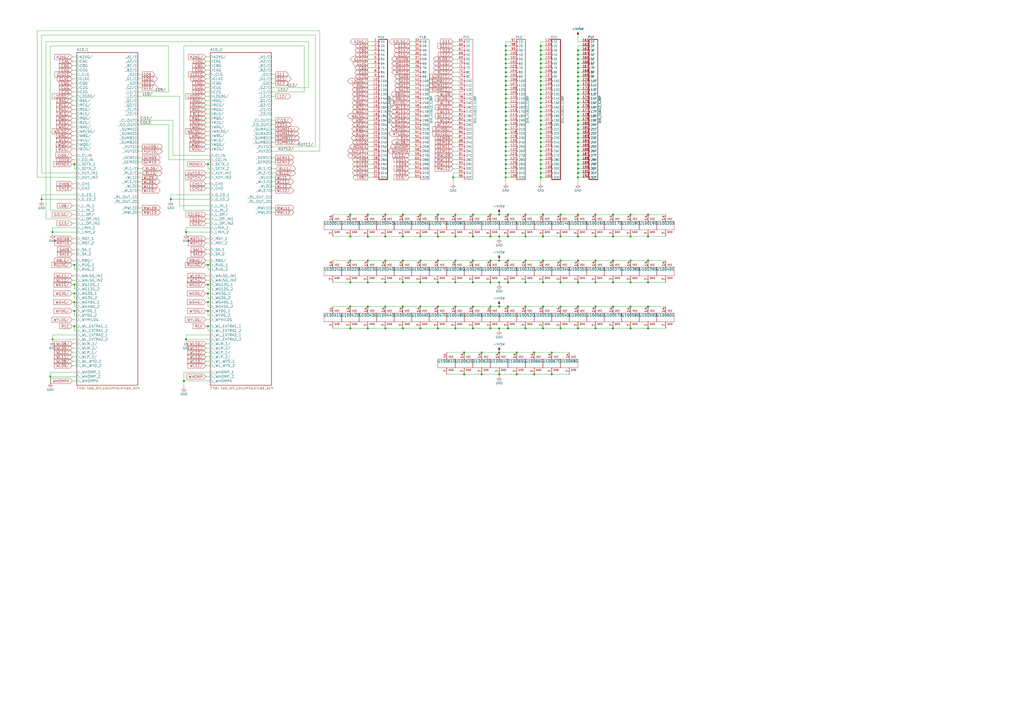
<source format=kicad_sch>
(kicad_sch (version 20211123) (generator eeschema)
  (paper "A2")
  (junction (at 43.18 180.34))
  (junction (at 335.28 59.69))
  (junction (at 335.28 177.8))
  (junction (at 335.28 44.45))
  (junction (at 254 124.46))
  (junction (at 43.18 170.18))
  (junction (at 293.37 74.93))
  (junction (at 293.37 77.47))
  (junction (at 294.64 151.13))
  (junction (at 293.37 82.55))
  (junction (at 313.69 44.45))
  (junction (at 314.96 177.8))
  (junction (at 335.28 67.31))
  (junction (at 304.8 163.83))
  (junction (at 293.37 29.21))
  (junction (at 274.32 151.13))
  (junction (at 335.28 34.29))
  (junction (at 293.37 85.09))
  (junction (at 120.65 180.34))
  (junction (at 293.37 69.85))
  (junction (at 203.2 137.16))
  (junction (at 293.37 36.83))
  (junction (at 293.37 44.45))
  (junction (at 274.32 137.16))
  (junction (at 274.32 177.8))
  (junction (at 299.72 204.47))
  (junction (at 335.28 87.63))
  (junction (at 314.96 137.16))
  (junction (at 223.52 124.46))
  (junction (at 313.69 34.29))
  (junction (at 365.76 177.8))
  (junction (at 335.28 77.47))
  (junction (at 304.8 177.8))
  (junction (at 293.37 26.67))
  (junction (at 99.06 115.57))
  (junction (at 335.28 62.23))
  (junction (at 335.28 69.85))
  (junction (at 289.56 151.13))
  (junction (at 293.37 62.23))
  (junction (at 335.28 100.33))
  (junction (at 335.28 97.79))
  (junction (at 274.32 190.5))
  (junction (at 289.56 124.46))
  (junction (at 335.28 80.01))
  (junction (at 335.28 163.83))
  (junction (at 264.16 163.83))
  (junction (at 293.37 67.31))
  (junction (at 335.28 41.91))
  (junction (at 293.37 59.69))
  (junction (at 345.44 151.13))
  (junction (at 284.48 190.5))
  (junction (at 30.48 196.85))
  (junction (at 294.64 177.8))
  (junction (at 233.68 124.46))
  (junction (at 279.4 204.47))
  (junction (at 335.28 64.77))
  (junction (at 313.69 67.31))
  (junction (at 365.76 124.46))
  (junction (at 345.44 177.8))
  (junction (at 264.16 137.16))
  (junction (at 293.37 31.75))
  (junction (at 313.69 54.61))
  (junction (at 325.12 177.8))
  (junction (at 335.28 29.21))
  (junction (at 120.65 153.67))
  (junction (at 313.69 82.55))
  (junction (at 293.37 52.07))
  (junction (at 335.28 57.15))
  (junction (at 43.18 189.23))
  (junction (at 375.92 163.83))
  (junction (at 294.64 137.16))
  (junction (at 313.69 29.21))
  (junction (at 289.56 177.8))
  (junction (at 335.28 39.37))
  (junction (at 30.48 134.62))
  (junction (at 335.28 85.09))
  (junction (at 320.04 204.47))
  (junction (at 233.68 190.5))
  (junction (at 313.69 39.37))
  (junction (at 293.37 90.17))
  (junction (at 313.69 46.99))
  (junction (at 293.37 41.91))
  (junction (at 269.24 204.47))
  (junction (at 293.37 92.71))
  (junction (at 335.28 151.13))
  (junction (at 313.69 59.69))
  (junction (at 120.65 95.25))
  (junction (at 284.48 124.46))
  (junction (at 313.69 72.39))
  (junction (at 293.37 64.77))
  (junction (at 355.6 163.83))
  (junction (at 345.44 137.16))
  (junction (at 213.36 163.83))
  (junction (at 262.89 102.87))
  (junction (at 335.28 124.46))
  (junction (at 293.37 80.01))
  (junction (at 233.68 151.13))
  (junction (at 313.69 26.67))
  (junction (at 375.92 137.16))
  (junction (at 313.69 87.63))
  (junction (at 325.12 137.16))
  (junction (at 293.37 97.79))
  (junction (at 284.48 177.8))
  (junction (at 274.32 163.83))
  (junction (at 274.32 124.46))
  (junction (at 355.6 190.5))
  (junction (at 335.28 90.17))
  (junction (at 293.37 102.87))
  (junction (at 107.95 134.62))
  (junction (at 264.16 124.46))
  (junction (at 313.69 31.75))
  (junction (at 254 190.5))
  (junction (at 335.28 31.75))
  (junction (at 233.68 163.83))
  (junction (at 375.92 190.5))
  (junction (at 233.68 137.16))
  (junction (at 325.12 163.83))
  (junction (at 293.37 34.29))
  (junction (at 313.69 52.07))
  (junction (at 233.68 177.8))
  (junction (at 243.84 151.13))
  (junction (at 299.72 217.17))
  (junction (at 325.12 151.13))
  (junction (at 335.28 49.53))
  (junction (at 223.52 137.16))
  (junction (at 355.6 151.13))
  (junction (at 304.8 137.16))
  (junction (at 120.65 170.18))
  (junction (at 289.56 204.47))
  (junction (at 375.92 124.46))
  (junction (at 365.76 151.13))
  (junction (at 284.48 151.13))
  (junction (at 289.56 190.5))
  (junction (at 313.69 100.33))
  (junction (at 243.84 190.5))
  (junction (at 107.95 196.85))
  (junction (at 203.2 163.83))
  (junction (at 43.18 175.26))
  (junction (at 43.18 95.25))
  (junction (at 284.48 137.16))
  (junction (at 213.36 124.46))
  (junction (at 223.52 163.83))
  (junction (at 355.6 124.46))
  (junction (at 335.28 36.83))
  (junction (at 223.52 177.8))
  (junction (at 203.2 177.8))
  (junction (at 293.37 54.61))
  (junction (at 335.28 54.61))
  (junction (at 365.76 190.5))
  (junction (at 314.96 124.46))
  (junction (at 269.24 217.17))
  (junction (at 355.6 137.16))
  (junction (at 325.12 124.46))
  (junction (at 313.69 49.53))
  (junction (at 313.69 92.71))
  (junction (at 243.84 177.8))
  (junction (at 293.37 100.33))
  (junction (at 325.12 190.5))
  (junction (at 254 151.13))
  (junction (at 293.37 87.63))
  (junction (at 264.16 190.5))
  (junction (at 345.44 190.5))
  (junction (at 314.96 163.83))
  (junction (at 43.18 153.67))
  (junction (at 293.37 49.53))
  (junction (at 120.65 165.1))
  (junction (at 313.69 74.93))
  (junction (at 203.2 190.5))
  (junction (at 203.2 124.46))
  (junction (at 313.69 64.77))
  (junction (at 243.84 137.16))
  (junction (at 313.69 97.79))
  (junction (at 289.56 163.83))
  (junction (at 293.37 46.99))
  (junction (at 120.65 175.26))
  (junction (at 213.36 177.8))
  (junction (at 335.28 82.55))
  (junction (at 264.16 151.13))
  (junction (at 304.8 124.46))
  (junction (at 43.18 165.1))
  (junction (at 309.88 204.47))
  (junction (at 293.37 39.37))
  (junction (at 289.56 217.17))
  (junction (at 313.69 95.25))
  (junction (at 213.36 190.5))
  (junction (at 293.37 57.15))
  (junction (at 335.28 190.5))
  (junction (at 365.76 137.16))
  (junction (at 293.37 72.39))
  (junction (at 294.64 124.46))
  (junction (at 313.69 41.91))
  (junction (at 335.28 137.16))
  (junction (at 313.69 36.83))
  (junction (at 335.28 52.07))
  (junction (at 313.69 77.47))
  (junction (at 375.92 177.8))
  (junction (at 304.8 151.13))
  (junction (at 314.96 190.5))
  (junction (at 335.28 72.39))
  (junction (at 355.6 177.8))
  (junction (at 313.69 62.23))
  (junction (at 264.16 177.8))
  (junction (at 375.92 151.13))
  (junction (at 223.52 151.13))
  (junction (at 243.84 124.46))
  (junction (at 313.69 80.01))
  (junction (at 294.64 163.83))
  (junction (at 313.69 90.17))
  (junction (at 254 137.16))
  (junction (at 254 177.8))
  (junction (at 313.69 57.15))
  (junction (at 335.28 74.93))
  (junction (at 313.69 69.85))
  (junction (at 223.52 190.5))
  (junction (at 24.13 115.57))
  (junction (at 304.8 190.5))
  (junction (at 314.96 151.13))
  (junction (at 309.88 217.17))
  (junction (at 335.28 46.99))
  (junction (at 106.68 220.98))
  (junction (at 284.48 163.83))
  (junction (at 213.36 137.16))
  (junction (at 254 163.83))
  (junction (at 335.28 95.25))
  (junction (at 213.36 151.13))
  (junction (at 345.44 163.83))
  (junction (at 120.65 189.23))
  (junction (at 313.69 102.87))
  (junction (at 294.64 190.5))
  (junction (at 313.69 85.09))
  (junction (at 203.2 151.13))
  (junction (at 365.76 163.83))
  (junction (at 243.84 163.83))
  (junction (at 279.4 217.17))
  (junction (at 345.44 124.46))
  (junction (at 335.28 102.87))
  (junction (at 320.04 217.17))
  (junction (at 293.37 95.25))
  (junction (at 29.21 218.44))
  (junction (at 335.28 92.71))
  (junction (at 289.56 137.16))
  (wire (pts (xy 240.03 31.75) (xy 237.49 31.75)))
  (wire (pts (xy 313.69 92.71) (xy 313.69 95.25)))
  (wire (pts (xy 121.92 68.58) (xy 119.38 68.58)))
  (wire (pts (xy 254 124.46) (xy 264.16 124.46)))
  (wire (pts (xy 121.92 71.12) (xy 119.38 71.12)))
  (wire (pts (xy 41.91 189.23) (xy 43.18 189.23)))
  (wire (pts (xy 41.91 165.1) (xy 43.18 165.1)))
  (wire (pts (xy 43.18 175.26) (xy 43.18 177.8)))
  (wire (pts (xy 316.23 26.67) (xy 313.69 26.67)))
  (wire (pts (xy 269.24 217.17) (xy 279.4 217.17)))
  (wire (pts (xy 29.21 215.9) (xy 44.45 215.9)))
  (wire (pts (xy 106.68 121.92) (xy 121.92 121.92)))
  (wire (pts (xy 365.76 163.83) (xy 375.92 163.83)))
  (wire (pts (xy 26.67 24.13) (xy 26.67 127)))
  (wire (pts (xy 240.03 97.79) (xy 237.49 97.79)))
  (wire (pts (xy 121.92 115.57) (xy 99.06 115.57)))
  (wire (pts (xy 193.04 190.5) (xy 203.2 190.5)))
  (wire (pts (xy 313.69 52.07) (xy 316.23 52.07)))
  (wire (pts (xy 294.64 177.8) (xy 304.8 177.8)))
  (wire (pts (xy 121.92 191.77) (xy 120.65 191.77)))
  (wire (pts (xy 335.28 59.69) (xy 337.82 59.69)))
  (wire (pts (xy 121.92 215.9) (xy 106.68 215.9)))
  (wire (pts (xy 265.43 41.91) (xy 262.89 41.91)))
  (wire (pts (xy 80.01 93.98) (xy 82.55 93.98)))
  (wire (pts (xy 335.28 26.67) (xy 335.28 29.21)))
  (wire (pts (xy 254 151.13) (xy 264.16 151.13)))
  (wire (pts (xy 213.36 151.13) (xy 223.52 151.13)))
  (wire (pts (xy 335.28 34.29) (xy 335.28 36.83)))
  (wire (pts (xy 223.52 137.16) (xy 233.68 137.16)))
  (wire (pts (xy 313.69 62.23) (xy 313.69 64.77)))
  (wire (pts (xy 293.37 39.37) (xy 293.37 41.91)))
  (wire (pts (xy 313.69 36.83) (xy 313.69 39.37)))
  (wire (pts (xy 335.28 36.83) (xy 337.82 36.83)))
  (wire (pts (xy 314.96 137.16) (xy 325.12 137.16)))
  (wire (pts (xy 313.69 77.47) (xy 313.69 80.01)))
  (wire (pts (xy 43.18 182.88) (xy 44.45 182.88)))
  (wire (pts (xy 335.28 64.77) (xy 335.28 67.31)))
  (wire (pts (xy 259.08 217.17) (xy 269.24 217.17)))
  (wire (pts (xy 279.4 204.47) (xy 289.56 204.47)))
  (wire (pts (xy 44.45 68.58) (xy 41.91 68.58)))
  (wire (pts (xy 335.28 95.25) (xy 337.82 95.25)))
  (wire (pts (xy 335.28 85.09) (xy 337.82 85.09)))
  (wire (pts (xy 213.36 163.83) (xy 223.52 163.83)))
  (wire (pts (xy 335.28 100.33) (xy 335.28 102.87)))
  (wire (pts (xy 44.45 140.97) (xy 41.91 140.97)))
  (wire (pts (xy 215.9 49.53) (xy 213.36 49.53)))
  (wire (pts (xy 335.28 26.67) (xy 337.82 26.67)))
  (wire (pts (xy 293.37 92.71) (xy 293.37 95.25)))
  (wire (pts (xy 215.9 102.87) (xy 213.36 102.87)))
  (wire (pts (xy 355.6 151.13) (xy 365.76 151.13)))
  (wire (pts (xy 215.9 90.17) (xy 213.36 90.17)))
  (wire (pts (xy 335.28 72.39) (xy 335.28 74.93)))
  (wire (pts (xy 237.49 69.85) (xy 240.03 69.85)))
  (wire (pts (xy 213.36 124.46) (xy 223.52 124.46)))
  (wire (pts (xy 24.13 113.03) (xy 24.13 115.57)))
  (wire (pts (xy 120.65 95.25) (xy 121.92 95.25)))
  (wire (pts (xy 44.45 201.93) (xy 41.91 201.93)))
  (wire (pts (xy 313.69 31.75) (xy 316.23 31.75)))
  (wire (pts (xy 259.08 204.47) (xy 269.24 204.47)))
  (wire (pts (xy 313.69 49.53) (xy 313.69 52.07)))
  (wire (pts (xy 43.18 95.25) (xy 44.45 95.25)))
  (wire (pts (xy 215.9 69.85) (xy 213.36 69.85)))
  (wire (pts (xy 243.84 124.46) (xy 254 124.46)))
  (wire (pts (xy 294.64 124.46) (xy 304.8 124.46)))
  (wire (pts (xy 284.48 177.8) (xy 289.56 177.8)))
  (wire (pts (xy 29.21 26.67) (xy 29.21 121.92)))
  (wire (pts (xy 313.69 80.01) (xy 316.23 80.01)))
  (wire (pts (xy 121.92 209.55) (xy 119.38 209.55)))
  (wire (pts (xy 121.92 134.62) (xy 107.95 134.62)))
  (wire (pts (xy 121.92 201.93) (xy 119.38 201.93)))
  (wire (pts (xy 43.18 175.26) (xy 44.45 175.26)))
  (wire (pts (xy 313.69 95.25) (xy 316.23 95.25)))
  (wire (pts (xy 121.92 100.33) (xy 119.38 100.33)))
  (wire (pts (xy 293.37 100.33) (xy 293.37 102.87)))
  (wire (pts (xy 80.01 107.95) (xy 82.55 107.95)))
  (wire (pts (xy 240.03 36.83) (xy 237.49 36.83)))
  (wire (pts (xy 265.43 59.69) (xy 262.89 59.69)))
  (wire (pts (xy 41.91 153.67) (xy 43.18 153.67)))
  (wire (pts (xy 313.69 57.15) (xy 316.23 57.15)))
  (wire (pts (xy 157.48 91.44) (xy 160.02 91.44)))
  (wire (pts (xy 375.92 137.16) (xy 386.08 137.16)))
  (wire (pts (xy 182.88 85.09) (xy 182.88 20.32)))
  (wire (pts (xy 293.37 100.33) (xy 295.91 100.33)))
  (wire (pts (xy 313.69 97.79) (xy 313.69 100.33)))
  (wire (pts (xy 254 177.8) (xy 264.16 177.8)))
  (wire (pts (xy 299.72 217.17) (xy 309.88 217.17)))
  (wire (pts (xy 44.45 196.85) (xy 30.48 196.85)))
  (wire (pts (xy 120.65 167.64) (xy 121.92 167.64)))
  (wire (pts (xy 293.37 44.45) (xy 295.91 44.45)))
  (wire (pts (xy 294.64 151.13) (xy 304.8 151.13)))
  (wire (pts (xy 335.28 49.53) (xy 335.28 52.07)))
  (wire (pts (xy 313.69 69.85) (xy 313.69 72.39)))
  (wire (pts (xy 157.48 55.88) (xy 160.02 55.88)))
  (wire (pts (xy 264.16 137.16) (xy 274.32 137.16)))
  (wire (pts (xy 215.9 95.25) (xy 213.36 95.25)))
  (wire (pts (xy 41.91 180.34) (xy 43.18 180.34)))
  (wire (pts (xy 24.13 100.33) (xy 44.45 100.33)))
  (wire (pts (xy 293.37 29.21) (xy 293.37 31.75)))
  (wire (pts (xy 335.28 41.91) (xy 335.28 44.45)))
  (wire (pts (xy 313.69 92.71) (xy 316.23 92.71)))
  (wire (pts (xy 313.69 87.63) (xy 316.23 87.63)))
  (wire (pts (xy 157.48 110.49) (xy 160.02 110.49)))
  (wire (pts (xy 157.48 93.98) (xy 160.02 93.98)))
  (wire (pts (xy 120.65 191.77) (xy 120.65 189.23)))
  (wire (pts (xy 265.43 85.09) (xy 262.89 85.09)))
  (wire (pts (xy 313.69 62.23) (xy 316.23 62.23)))
  (wire (pts (xy 233.68 177.8) (xy 243.84 177.8)))
  (wire (pts (xy 335.28 54.61) (xy 337.82 54.61)))
  (wire (pts (xy 264.16 163.83) (xy 274.32 163.83)))
  (wire (pts (xy 293.37 62.23) (xy 293.37 64.77)))
  (wire (pts (xy 293.37 72.39) (xy 295.91 72.39)))
  (wire (pts (xy 121.92 147.32) (xy 119.38 147.32)))
  (wire (pts (xy 97.79 92.71) (xy 121.92 92.71)))
  (wire (pts (xy 121.92 66.04) (xy 119.38 66.04)))
  (wire (pts (xy 265.43 36.83) (xy 262.89 36.83)))
  (wire (pts (xy 104.14 55.88) (xy 104.14 119.38)))
  (wire (pts (xy 121.92 58.42) (xy 119.38 58.42)))
  (wire (pts (xy 233.68 190.5) (xy 243.84 190.5)))
  (wire (pts (xy 99.06 113.03) (xy 99.06 115.57)))
  (wire (pts (xy 313.69 49.53) (xy 316.23 49.53)))
  (wire (pts (xy 233.68 124.46) (xy 243.84 124.46)))
  (wire (pts (xy 240.03 26.67) (xy 237.49 26.67)))
  (wire (pts (xy 320.04 217.17) (xy 330.2 217.17)))
  (wire (pts (xy 335.28 87.63) (xy 337.82 87.63)))
  (wire (pts (xy 240.03 64.77) (xy 237.49 64.77)))
  (wire (pts (xy 80.01 53.34) (xy 97.79 53.34)))
  (wire (pts (xy 41.91 175.26) (xy 43.18 175.26)))
  (wire (pts (xy 294.64 190.5) (xy 304.8 190.5)))
  (wire (pts (xy 120.65 172.72) (xy 121.92 172.72)))
  (wire (pts (xy 355.6 137.16) (xy 365.76 137.16)))
  (wire (pts (xy 345.44 137.16) (xy 355.6 137.16)))
  (wire (pts (xy 335.28 46.99) (xy 337.82 46.99)))
  (wire (pts (xy 289.56 137.16) (xy 294.64 137.16)))
  (wire (pts (xy 274.32 151.13) (xy 284.48 151.13)))
  (wire (pts (xy 237.49 67.31) (xy 240.03 67.31)))
  (wire (pts (xy 345.44 163.83) (xy 355.6 163.83)))
  (wire (pts (xy 284.48 137.16) (xy 289.56 137.16)))
  (wire (pts (xy 41.91 95.25) (xy 43.18 95.25)))
  (wire (pts (xy 121.92 199.39) (xy 119.38 199.39)))
  (wire (pts (xy 293.37 82.55) (xy 295.91 82.55)))
  (wire (pts (xy 223.52 190.5) (xy 233.68 190.5)))
  (wire (pts (xy 121.92 33.02) (xy 119.38 33.02)))
  (wire (pts (xy 314.96 177.8) (xy 325.12 177.8)))
  (wire (pts (xy 120.65 153.67) (xy 121.92 153.67)))
  (wire (pts (xy 274.32 124.46) (xy 284.48 124.46)))
  (wire (pts (xy 335.28 72.39) (xy 337.82 72.39)))
  (wire (pts (xy 80.01 120.65) (xy 82.55 120.65)))
  (wire (pts (xy 120.65 97.79) (xy 121.92 97.79)))
  (wire (pts (xy 304.8 124.46) (xy 314.96 124.46)))
  (wire (pts (xy 289.56 137.16) (xy 289.56 138.43)))
  (wire (pts (xy 193.04 151.13) (xy 203.2 151.13)))
  (wire (pts (xy 121.92 48.26) (xy 119.38 48.26)))
  (wire (pts (xy 289.56 151.13) (xy 294.64 151.13)))
  (wire (pts (xy 223.52 124.46) (xy 233.68 124.46)))
  (wire (pts (xy 119.38 95.25) (xy 120.65 95.25)))
  (wire (pts (xy 262.89 102.87) (xy 262.89 106.68)))
  (wire (pts (xy 289.56 217.17) (xy 299.72 217.17)))
  (wire (pts (xy 265.43 24.13) (xy 262.89 24.13)))
  (wire (pts (xy 121.92 50.8) (xy 119.38 50.8)))
  (wire (pts (xy 335.28 69.85) (xy 335.28 72.39)))
  (wire (pts (xy 313.69 64.77) (xy 313.69 67.31)))
  (wire (pts (xy 97.79 53.34) (xy 97.79 26.67)))
  (wire (pts (xy 293.37 54.61) (xy 293.37 57.15)))
  (wire (pts (xy 80.01 45.72) (xy 82.55 45.72)))
  (wire (pts (xy 269.24 204.47) (xy 279.4 204.47)))
  (wire (pts (xy 293.37 64.77) (xy 295.91 64.77)))
  (wire (pts (xy 24.13 20.32) (xy 24.13 100.33)))
  (wire (pts (xy 223.52 163.83) (xy 233.68 163.83)))
  (wire (pts (xy 43.18 172.72) (xy 44.45 172.72)))
  (wire (pts (xy 313.69 82.55) (xy 316.23 82.55)))
  (wire (pts (xy 121.92 204.47) (xy 119.38 204.47)))
  (wire (pts (xy 157.48 72.39) (xy 160.02 72.39)))
  (wire (pts (xy 120.65 165.1) (xy 121.92 165.1)))
  (wire (pts (xy 293.37 97.79) (xy 295.91 97.79)))
  (wire (pts (xy 44.45 106.68) (xy 41.91 106.68)))
  (wire (pts (xy 279.4 217.17) (xy 289.56 217.17)))
  (wire (pts (xy 44.45 138.43) (xy 41.91 138.43)))
  (wire (pts (xy 293.37 67.31) (xy 293.37 69.85)))
  (wire (pts (xy 254 163.83) (xy 264.16 163.83)))
  (wire (pts (xy 119.38 153.67) (xy 120.65 153.67)))
  (wire (pts (xy 299.72 204.47) (xy 309.88 204.47)))
  (wire (pts (xy 289.56 163.83) (xy 289.56 165.1)))
  (wire (pts (xy 121.92 43.18) (xy 119.38 43.18)))
  (wire (pts (xy 80.01 102.87) (xy 82.55 102.87)))
  (wire (pts (xy 215.9 34.29) (xy 213.36 34.29)))
  (wire (pts (xy 193.04 137.16) (xy 203.2 137.16)))
  (wire (pts (xy 293.37 102.87) (xy 293.37 106.68)))
  (wire (pts (xy 313.69 64.77) (xy 316.23 64.77)))
  (wire (pts (xy 120.65 170.18) (xy 120.65 172.72)))
  (wire (pts (xy 240.03 39.37) (xy 237.49 39.37)))
  (wire (pts (xy 240.03 41.91) (xy 237.49 41.91)))
  (wire (pts (xy 335.28 124.46) (xy 345.44 124.46)))
  (wire (pts (xy 43.18 153.67) (xy 44.45 153.67)))
  (wire (pts (xy 293.37 74.93) (xy 293.37 77.47)))
  (wire (pts (xy 293.37 77.47) (xy 295.91 77.47)))
  (wire (pts (xy 44.45 40.64) (xy 41.91 40.64)))
  (wire (pts (xy 44.45 90.17) (xy 41.91 90.17)))
  (wire (pts (xy 265.43 95.25) (xy 262.89 95.25)))
  (wire (pts (xy 240.03 90.17) (xy 237.49 90.17)))
  (wire (pts (xy 44.45 60.96) (xy 41.91 60.96)))
  (wire (pts (xy 313.69 57.15) (xy 313.69 59.69)))
  (wire (pts (xy 157.48 45.72) (xy 160.02 45.72)))
  (wire (pts (xy 215.9 77.47) (xy 213.36 77.47)))
  (wire (pts (xy 265.43 49.53) (xy 262.89 49.53)))
  (wire (pts (xy 43.18 156.21) (xy 44.45 156.21)))
  (wire (pts (xy 44.45 119.38) (xy 41.91 119.38)))
  (wire (pts (xy 309.88 204.47) (xy 320.04 204.47)))
  (wire (pts (xy 193.04 163.83) (xy 203.2 163.83)))
  (wire (pts (xy 265.43 67.31) (xy 262.89 67.31)))
  (wire (pts (xy 355.6 124.46) (xy 365.76 124.46)))
  (wire (pts (xy 43.18 191.77) (xy 43.18 189.23)))
  (wire (pts (xy 355.6 190.5) (xy 365.76 190.5)))
  (wire (pts (xy 265.43 57.15) (xy 262.89 57.15)))
  (wire (pts (xy 215.9 97.79) (xy 213.36 97.79)))
  (wire (pts (xy 176.53 53.34) (xy 176.53 26.67)))
  (wire (pts (xy 345.44 124.46) (xy 355.6 124.46)))
  (wire (pts (xy 121.92 151.13) (xy 119.38 151.13)))
  (wire (pts (xy 289.56 123.19) (xy 289.56 124.46)))
  (wire (pts (xy 119.38 170.18) (xy 120.65 170.18)))
  (wire (pts (xy 335.28 29.21) (xy 335.28 31.75)))
  (wire (pts (xy 243.84 163.83) (xy 254 163.83)))
  (wire (pts (xy 44.45 38.1) (xy 41.91 38.1)))
  (wire (pts (xy 44.45 66.04) (xy 41.91 66.04)))
  (wire (pts (xy 215.9 44.45) (xy 213.36 44.45)))
  (wire (pts (xy 80.01 85.09) (xy 82.55 85.09)))
  (wire (pts (xy 215.9 67.31) (xy 213.36 67.31)))
  (wire (pts (xy 293.37 90.17) (xy 293.37 92.71)))
  (wire (pts (xy 44.45 185.42) (xy 41.91 185.42)))
  (wire (pts (xy 157.48 107.95) (xy 160.02 107.95)))
  (wire (pts (xy 293.37 95.25) (xy 295.91 95.25)))
  (wire (pts (xy 313.69 52.07) (xy 313.69 54.61)))
  (wire (pts (xy 44.45 109.22) (xy 41.91 109.22)))
  (wire (pts (xy 43.18 97.79) (xy 44.45 97.79)))
  (wire (pts (xy 293.37 54.61) (xy 295.91 54.61)))
  (wire (pts (xy 157.48 53.34) (xy 176.53 53.34)))
  (wire (pts (xy 121.92 63.5) (xy 119.38 63.5)))
  (wire (pts (xy 120.65 175.26) (xy 121.92 175.26)))
  (wire (pts (xy 313.69 36.83) (xy 316.23 36.83)))
  (wire (pts (xy 335.28 54.61) (xy 335.28 57.15)))
  (wire (pts (xy 157.48 80.01) (xy 160.02 80.01)))
  (wire (pts (xy 43.18 153.67) (xy 43.18 156.21)))
  (wire (pts (xy 119.38 175.26) (xy 120.65 175.26)))
  (wire (pts (xy 335.28 82.55) (xy 335.28 85.09)))
  (wire (pts (xy 337.82 29.21) (xy 335.28 29.21)))
  (wire (pts (xy 80.01 69.85) (xy 100.33 69.85)))
  (wire (pts (xy 335.28 102.87) (xy 337.82 102.87)))
  (wire (pts (xy 44.45 55.88) (xy 41.91 55.88)))
  (wire (pts (xy 215.9 59.69) (xy 213.36 59.69)))
  (wire (pts (xy 265.43 82.55) (xy 262.89 82.55)))
  (wire (pts (xy 293.37 29.21) (xy 295.91 29.21)))
  (wire (pts (xy 215.9 74.93) (xy 213.36 74.93)))
  (wire (pts (xy 265.43 39.37) (xy 262.89 39.37)))
  (wire (pts (xy 289.56 217.17) (xy 289.56 218.44)))
  (wire (pts (xy 97.79 26.67) (xy 29.21 26.67)))
  (wire (pts (xy 304.8 151.13) (xy 314.96 151.13)))
  (wire (pts (xy 121.92 218.44) (xy 119.38 218.44)))
  (wire (pts (xy 29.21 218.44) (xy 29.21 222.25)))
  (wire (pts (xy 121.92 76.2) (xy 119.38 76.2)))
  (wire (pts (xy 313.69 80.01) (xy 313.69 82.55)))
  (wire (pts (xy 215.9 87.63) (xy 213.36 87.63)))
  (wire (pts (xy 240.03 102.87) (xy 237.49 102.87)))
  (wire (pts (xy 335.28 39.37) (xy 335.28 41.91)))
  (wire (pts (xy 293.37 92.71) (xy 295.91 92.71)))
  (wire (pts (xy 316.23 24.13) (xy 313.69 24.13)))
  (wire (pts (xy 44.45 207.01) (xy 41.91 207.01)))
  (wire (pts (xy 233.68 151.13) (xy 243.84 151.13)))
  (wire (pts (xy 121.92 220.98) (xy 106.68 220.98)))
  (wire (pts (xy 313.69 67.31) (xy 316.23 67.31)))
  (wire (pts (xy 335.28 39.37) (xy 337.82 39.37)))
  (wire (pts (xy 293.37 62.23) (xy 295.91 62.23)))
  (wire (pts (xy 293.37 34.29) (xy 293.37 36.83)))
  (wire (pts (xy 375.92 151.13) (xy 386.08 151.13)))
  (wire (pts (xy 293.37 64.77) (xy 293.37 67.31)))
  (wire (pts (xy 44.45 43.18) (xy 41.91 43.18)))
  (wire (pts (xy 44.45 48.26) (xy 41.91 48.26)))
  (wire (pts (xy 237.49 72.39) (xy 240.03 72.39)))
  (wire (pts (xy 157.48 87.63) (xy 185.42 87.63)))
  (wire (pts (xy 265.43 80.01) (xy 262.89 80.01)))
  (wire (pts (xy 44.45 132.08) (xy 30.48 132.08)))
  (wire (pts (xy 335.28 57.15) (xy 337.82 57.15)))
  (wire (pts (xy 335.28 57.15) (xy 335.28 59.69)))
  (wire (pts (xy 293.37 69.85) (xy 295.91 69.85)))
  (wire (pts (xy 29.21 121.92) (xy 44.45 121.92)))
  (wire (pts (xy 254 190.5) (xy 264.16 190.5)))
  (wire (pts (xy 121.92 38.1) (xy 119.38 38.1)))
  (wire (pts (xy 284.48 163.83) (xy 289.56 163.83)))
  (wire (pts (xy 313.69 102.87) (xy 313.69 106.68)))
  (wire (pts (xy 121.92 127) (xy 119.38 127)))
  (wire (pts (xy 293.37 59.69) (xy 295.91 59.69)))
  (wire (pts (xy 335.28 36.83) (xy 335.28 39.37)))
  (wire (pts (xy 335.28 64.77) (xy 337.82 64.77)))
  (wire (pts (xy 293.37 77.47) (xy 293.37 80.01)))
  (wire (pts (xy 44.45 151.13) (xy 41.91 151.13)))
  (wire (pts (xy 44.45 204.47) (xy 41.91 204.47)))
  (wire (pts (xy 121.92 162.56) (xy 119.38 162.56)))
  (wire (pts (xy 80.01 97.79) (xy 82.55 97.79)))
  (wire (pts (xy 313.69 59.69) (xy 316.23 59.69)))
  (wire (pts (xy 107.95 134.62) (xy 107.95 135.89)))
  (wire (pts (xy 44.45 194.31) (xy 30.48 194.31)))
  (wire (pts (xy 274.32 177.8) (xy 284.48 177.8)))
  (wire (pts (xy 294.64 137.16) (xy 304.8 137.16)))
  (wire (pts (xy 213.36 190.5) (xy 223.52 190.5)))
  (wire (pts (xy 233.68 163.83) (xy 243.84 163.83)))
  (wire (pts (xy 345.44 190.5) (xy 355.6 190.5)))
  (wire (pts (xy 264.16 124.46) (xy 274.32 124.46)))
  (wire (pts (xy 262.89 100.33) (xy 262.89 102.87)))
  (wire (pts (xy 203.2 177.8) (xy 213.36 177.8)))
  (wire (pts (xy 120.65 153.67) (xy 120.65 156.21)))
  (wire (pts (xy 157.48 77.47) (xy 160.02 77.47)))
  (wire (pts (xy 121.92 40.64) (xy 119.38 40.64)))
  (wire (pts (xy 345.44 177.8) (xy 355.6 177.8)))
  (wire (pts (xy 293.37 72.39) (xy 293.37 74.93)))
  (wire (pts (xy 119.38 189.23) (xy 120.65 189.23)))
  (wire (pts (xy 121.92 86.36) (xy 119.38 86.36)))
  (wire (pts (xy 313.69 41.91) (xy 313.69 44.45)))
  (wire (pts (xy 293.37 82.55) (xy 293.37 85.09)))
  (wire (pts (xy 223.52 151.13) (xy 233.68 151.13)))
  (wire (pts (xy 335.28 67.31) (xy 337.82 67.31)))
  (wire (pts (xy 179.07 50.8) (xy 179.07 24.13)))
  (wire (pts (xy 121.92 55.88) (xy 119.38 55.88)))
  (wire (pts (xy 240.03 34.29) (xy 237.49 34.29)))
  (wire (pts (xy 313.69 39.37) (xy 316.23 39.37)))
  (wire (pts (xy 314.96 163.83) (xy 325.12 163.83)))
  (wire (pts (xy 293.37 52.07) (xy 295.91 52.07)))
  (wire (pts (xy 335.28 31.75) (xy 337.82 31.75)))
  (wire (pts (xy 44.45 76.2) (xy 41.91 76.2)))
  (wire (pts (xy 265.43 64.77) (xy 262.89 64.77)))
  (wire (pts (xy 313.69 67.31) (xy 313.69 69.85)))
  (wire (pts (xy 365.76 124.46) (xy 375.92 124.46)))
  (wire (pts (xy 121.92 78.74) (xy 119.38 78.74)))
  (wire (pts (xy 157.48 74.93) (xy 160.02 74.93)))
  (wire (pts (xy 80.01 105.41) (xy 82.55 105.41)))
  (wire (pts (xy 325.12 137.16) (xy 335.28 137.16)))
  (wire (pts (xy 157.48 123.19) (xy 160.02 123.19)))
  (wire (pts (xy 121.92 132.08) (xy 107.95 132.08)))
  (wire (pts (xy 44.45 129.54) (xy 41.91 129.54)))
  (wire (pts (xy 43.18 95.25) (xy 43.18 97.79)))
  (wire (pts (xy 121.92 138.43) (xy 119.38 138.43)))
  (wire (pts (xy 215.9 92.71) (xy 213.36 92.71)))
  (wire (pts (xy 264.16 151.13) (xy 274.32 151.13)))
  (wire (pts (xy 293.37 44.45) (xy 293.37 46.99)))
  (wire (pts (xy 265.43 74.93) (xy 262.89 74.93)))
  (wire (pts (xy 44.45 134.62) (xy 30.48 134.62)))
  (wire (pts (xy 240.03 85.09) (xy 237.49 85.09)))
  (wire (pts (xy 240.03 29.21) (xy 237.49 29.21)))
  (wire (pts (xy 289.56 190.5) (xy 289.56 191.77)))
  (wire (pts (xy 43.18 180.34) (xy 43.18 182.88)))
  (wire (pts (xy 314.96 190.5) (xy 325.12 190.5)))
  (wire (pts (xy 121.92 140.97) (xy 119.38 140.97)))
  (wire (pts (xy 335.28 74.93) (xy 335.28 77.47)))
  (wire (pts (xy 121.92 53.34) (xy 119.38 53.34)))
  (wire (pts (xy 335.28 46.99) (xy 335.28 49.53)))
  (wire (pts (xy 215.9 26.67) (xy 213.36 26.67)))
  (wire (pts (xy 289.56 204.47) (xy 299.72 204.47)))
  (wire (pts (xy 293.37 80.01) (xy 295.91 80.01)))
  (wire (pts (xy 215.9 62.23) (xy 213.36 62.23)))
  (wire (pts (xy 240.03 82.55) (xy 237.49 82.55)))
  (wire (pts (xy 121.92 113.03) (xy 99.06 113.03)))
  (wire (pts (xy 335.28 90.17) (xy 335.28 92.71)))
  (wire (pts (xy 215.9 24.13) (xy 213.36 24.13)))
  (wire (pts (xy 240.03 46.99) (xy 237.49 46.99)))
  (wire (pts (xy 157.48 102.87) (xy 160.02 102.87)))
  (wire (pts (xy 265.43 54.61) (xy 262.89 54.61)))
  (wire (pts (xy 293.37 80.01) (xy 293.37 82.55)))
  (wire (pts (xy 264.16 190.5) (xy 274.32 190.5)))
  (wire (pts (xy 265.43 77.47) (xy 262.89 77.47)))
  (wire (pts (xy 203.2 137.16) (xy 213.36 137.16)))
  (wire (pts (xy 265.43 97.79) (xy 262.89 97.79)))
  (wire (pts (xy 289.56 177.8) (xy 294.64 177.8)))
  (wire (pts (xy 44.45 162.56) (xy 41.91 162.56)))
  (wire (pts (xy 44.45 73.66) (xy 41.91 73.66)))
  (wire (pts (xy 121.92 106.68) (xy 119.38 106.68)))
  (wire (pts (xy 313.69 39.37) (xy 313.69 41.91)))
  (wire (pts (xy 293.37 34.29) (xy 295.91 34.29)))
  (wire (pts (xy 313.69 29.21) (xy 316.23 29.21)))
  (wire (pts (xy 21.59 102.87) (xy 44.45 102.87)))
  (wire (pts (xy 365.76 177.8) (xy 375.92 177.8)))
  (wire (pts (xy 265.43 72.39) (xy 262.89 72.39)))
  (wire (pts (xy 313.69 97.79) (xy 316.23 97.79)))
  (wire (pts (xy 335.28 34.29) (xy 337.82 34.29)))
  (wire (pts (xy 193.04 177.8) (xy 203.2 177.8)))
  (wire (pts (xy 293.37 74.93) (xy 295.91 74.93)))
  (wire (pts (xy 215.9 54.61) (xy 213.36 54.61)))
  (wire (pts (xy 185.42 87.63) (xy 185.42 17.78)))
  (wire (pts (xy 240.03 52.07) (xy 237.49 52.07)))
  (wire (pts (xy 29.21 215.9) (xy 29.21 218.44)))
  (wire (pts (xy 120.65 180.34) (xy 121.92 180.34)))
  (wire (pts (xy 335.28 62.23) (xy 335.28 64.77)))
  (wire (pts (xy 335.28 44.45) (xy 335.28 46.99)))
  (wire (pts (xy 119.38 165.1) (xy 120.65 165.1)))
  (wire (pts (xy 289.56 163.83) (xy 294.64 163.83)))
  (wire (pts (xy 293.37 41.91) (xy 293.37 44.45)))
  (wire (pts (xy 157.48 50.8) (xy 179.07 50.8)))
  (wire (pts (xy 203.2 151.13) (xy 213.36 151.13)))
  (wire (pts (xy 325.12 190.5) (xy 335.28 190.5)))
  (wire (pts (xy 107.95 194.31) (xy 107.95 196.85)))
  (wire (pts (xy 313.69 34.29) (xy 313.69 36.83)))
  (wire (pts (xy 43.18 167.64) (xy 44.45 167.64)))
  (wire (pts (xy 289.56 124.46) (xy 294.64 124.46)))
  (wire (pts (xy 313.69 77.47) (xy 316.23 77.47)))
  (wire (pts (xy 262.89 100.33) (xy 265.43 100.33)))
  (wire (pts (xy 215.9 46.99) (xy 213.36 46.99)))
  (wire (pts (xy 44.45 71.12) (xy 41.91 71.12)))
  (wire (pts (xy 30.48 134.62) (xy 30.48 135.89)))
  (wire (pts (xy 120.65 165.1) (xy 120.65 167.64)))
  (wire (pts (xy 313.69 44.45) (xy 313.69 46.99)))
  (wire (pts (xy 240.03 57.15) (xy 237.49 57.15)))
  (wire (pts (xy 335.28 177.8) (xy 345.44 177.8)))
  (wire (pts (xy 44.45 63.5) (xy 41.91 63.5)))
  (wire (pts (xy 289.56 190.5) (xy 294.64 190.5)))
  (wire (pts (xy 293.37 90.17) (xy 295.91 90.17)))
  (wire (pts (xy 21.59 17.78) (xy 21.59 102.87)))
  (wire (pts (xy 335.28 92.71) (xy 337.82 92.71)))
  (wire (pts (xy 293.37 31.75) (xy 293.37 34.29)))
  (wire (pts (xy 120.65 177.8) (xy 121.92 177.8)))
  (wire (pts (xy 313.69 87.63) (xy 313.69 90.17)))
  (wire (pts (xy 223.52 177.8) (xy 233.68 177.8)))
  (wire (pts (xy 203.2 124.46) (xy 213.36 124.46)))
  (wire (pts (xy 335.28 85.09) (xy 335.28 87.63)))
  (wire (pts (xy 335.28 92.71) (xy 335.28 95.25)))
  (wire (pts (xy 243.84 177.8) (xy 254 177.8)))
  (wire (pts (xy 237.49 59.69) (xy 240.03 59.69)))
  (wire (pts (xy 375.92 177.8) (xy 386.08 177.8)))
  (wire (pts (xy 295.91 26.67) (xy 293.37 26.67)))
  (wire (pts (xy 313.69 54.61) (xy 316.23 54.61)))
  (wire (pts (xy 313.69 85.09) (xy 316.23 85.09)))
  (wire (pts (xy 265.43 69.85) (xy 262.89 69.85)))
  (wire (pts (xy 335.28 52.07) (xy 335.28 54.61)))
  (wire (pts (xy 80.01 48.26) (xy 82.55 48.26)))
  (wire (pts (xy 44.45 78.74) (xy 41.91 78.74)))
  (wire (pts (xy 313.69 72.39) (xy 313.69 74.93)))
  (wire (pts (xy 365.76 190.5) (xy 375.92 190.5)))
  (wire (pts (xy 157.48 105.41) (xy 160.02 105.41)))
  (wire (pts (xy 44.45 53.34) (xy 41.91 53.34)))
  (wire (pts (xy 293.37 97.79) (xy 293.37 100.33)))
  (wire (pts (xy 293.37 102.87) (xy 295.91 102.87)))
  (wire (pts (xy 106.68 215.9) (xy 106.68 220.98)))
  (wire (pts (xy 80.01 100.33) (xy 82.55 100.33)))
  (wire (pts (xy 335.28 80.01) (xy 337.82 80.01)))
  (wire (pts (xy 119.38 180.34) (xy 120.65 180.34)))
  (wire (pts (xy 121.92 83.82) (xy 119.38 83.82)))
  (wire (pts (xy 335.28 62.23) (xy 337.82 62.23)))
  (wire (pts (xy 97.79 72.39) (xy 97.79 92.71)))
  (wire (pts (xy 289.56 149.86) (xy 289.56 151.13)))
  (wire (pts (xy 179.07 24.13) (xy 26.67 24.13)))
  (wire (pts (xy 313.69 74.93) (xy 316.23 74.93)))
  (wire (pts (xy 182.88 20.32) (xy 24.13 20.32)))
  (wire (pts (xy 313.69 100.33) (xy 313.69 102.87)))
  (wire (pts (xy 43.18 177.8) (xy 44.45 177.8)))
  (wire (pts (xy 295.91 24.13) (xy 293.37 24.13)))
  (wire (pts (xy 44.45 45.72) (xy 41.91 45.72)))
  (wire (pts (xy 335.28 151.13) (xy 345.44 151.13)))
  (wire (pts (xy 80.01 72.39) (xy 97.79 72.39)))
  (wire (pts (xy 313.69 54.61) (xy 313.69 57.15)))
  (wire (pts (xy 335.28 59.69) (xy 335.28 62.23)))
  (wire (pts (xy 265.43 46.99) (xy 262.89 46.99)))
  (wire (pts (xy 240.03 77.47) (xy 237.49 77.47)))
  (wire (pts (xy 215.9 72.39) (xy 213.36 72.39)))
  (wire (pts (xy 120.65 156.21) (xy 121.92 156.21)))
  (wire (pts (xy 274.32 190.5) (xy 284.48 190.5)))
  (wire (pts (xy 121.92 60.96) (xy 119.38 60.96)))
  (wire (pts (xy 304.8 163.83) (xy 314.96 163.83)))
  (wire (pts (xy 44.45 50.8) (xy 41.91 50.8)))
  (wire (pts (xy 254 137.16) (xy 264.16 137.16)))
  (wire (pts (xy 215.9 39.37) (xy 213.36 39.37)))
  (wire (pts (xy 233.68 137.16) (xy 243.84 137.16)))
  (wire (pts (xy 121.92 144.78) (xy 119.38 144.78)))
  (wire (pts (xy 215.9 57.15) (xy 213.36 57.15)))
  (wire (pts (xy 265.43 34.29) (xy 262.89 34.29)))
  (wire (pts (xy 121.92 35.56) (xy 119.38 35.56)))
  (wire (pts (xy 100.33 69.85) (xy 100.33 90.17)))
  (wire (pts (xy 265.43 26.67) (xy 262.89 26.67)))
  (wire (pts (xy 99.06 115.57) (xy 99.06 116.84)))
  (wire (pts (xy 335.28 102.87) (xy 335.28 106.68)))
  (wire (pts (xy 44.45 35.56) (xy 41.91 35.56)))
  (wire (pts (xy 335.28 49.53) (xy 337.82 49.53)))
  (wire (pts (xy 215.9 52.07) (xy 213.36 52.07)))
  (wire (pts (xy 313.69 72.39) (xy 316.23 72.39)))
  (wire (pts (xy 215.9 80.01) (xy 213.36 80.01)))
  (wire (pts (xy 293.37 85.09) (xy 293.37 87.63)))
  (wire (pts (xy 345.44 151.13) (xy 355.6 151.13)))
  (wire (pts (xy 335.28 97.79) (xy 335.28 100.33)))
  (wire (pts (xy 313.69 41.91) (xy 316.23 41.91)))
  (wire (pts (xy 313.69 59.69) (xy 313.69 62.23)))
  (wire (pts (xy 274.32 137.16) (xy 284.48 137.16)))
  (wire (pts (xy 213.36 137.16) (xy 223.52 137.16)))
  (wire (pts (xy 314.96 151.13) (xy 325.12 151.13)))
  (wire (pts (xy 313.69 46.99) (xy 316.23 46.99)))
  (wire (pts (xy 44.45 115.57) (xy 24.13 115.57)))
  (wire (pts (xy 293.37 36.83) (xy 293.37 39.37)))
  (wire (pts (xy 240.03 87.63) (xy 237.49 87.63)))
  (wire (pts (xy 293.37 52.07) (xy 293.37 54.61)))
  (wire (pts (xy 203.2 190.5) (xy 213.36 190.5)))
  (wire (pts (xy 243.84 137.16) (xy 254 137.16)))
  (wire (pts (xy 313.69 24.13) (xy 313.69 26.67)))
  (wire (pts (xy 213.36 85.09) (xy 215.9 85.09)))
  (wire (pts (xy 313.69 90.17) (xy 316.23 90.17)))
  (wire (pts (xy 104.14 119.38) (xy 121.92 119.38)))
  (wire (pts (xy 293.37 49.53) (xy 295.91 49.53)))
  (wire (pts (xy 44.45 220.98) (xy 41.91 220.98)))
  (wire (pts (xy 107.95 196.85) (xy 107.95 198.12)))
  (wire (pts (xy 80.01 123.19) (xy 82.55 123.19)))
  (wire (pts (xy 293.37 87.63) (xy 295.91 87.63)))
  (wire (pts (xy 265.43 87.63) (xy 262.89 87.63)))
  (wire (pts (xy 80.01 110.49) (xy 82.55 110.49)))
  (wire (pts (xy 43.18 165.1) (xy 43.18 167.64)))
  (wire (pts (xy 313.69 82.55) (xy 313.69 85.09)))
  (wire (pts (xy 121.92 129.54) (xy 119.38 129.54)))
  (wire (pts (xy 157.48 82.55) (xy 160.02 82.55)))
  (wire (pts (xy 44.45 86.36) (xy 41.91 86.36)))
  (wire (pts (xy 284.48 151.13) (xy 289.56 151.13)))
  (wire (pts (xy 325.12 124.46) (xy 335.28 124.46)))
  (wire (pts (xy 30.48 194.31) (xy 30.48 196.85)))
  (wire (pts (xy 293.37 95.25) (xy 293.37 97.79)))
  (wire (pts (xy 335.28 95.25) (xy 335.28 97.79)))
  (wire (pts (xy 106.68 26.67) (xy 106.68 121.92)))
  (wire (pts (xy 335.28 77.47) (xy 335.28 80.01)))
  (wire (pts (xy 293.37 41.91) (xy 295.91 41.91)))
  (wire (pts (xy 293.37 67.31) (xy 295.91 67.31)))
  (wire (pts (xy 80.01 87.63) (xy 82.55 87.63)))
  (wire (pts (xy 80.01 55.88) (xy 104.14 55.88)))
  (wire (pts (xy 41.91 170.18) (xy 43.18 170.18)))
  (wire (pts (xy 293.37 59.69) (xy 293.37 62.23)))
  (wire (pts (xy 289.56 203.2) (xy 289.56 204.47)))
  (wire (pts (xy 355.6 163.83) (xy 365.76 163.83)))
  (wire (pts (xy 293.37 31.75) (xy 295.91 31.75)))
  (wire (pts (xy 157.48 85.09) (xy 182.88 85.09)))
  (wire (pts (xy 44.45 81.28) (xy 41.91 81.28)))
  (wire (pts (xy 313.69 44.45) (xy 316.23 44.45)))
  (wire (pts (xy 335.28 90.17) (xy 337.82 90.17)))
  (wire (pts (xy 325.12 163.83) (xy 335.28 163.83)))
  (wire (pts (xy 240.03 24.13) (xy 237.49 24.13)))
  (wire (pts (xy 337.82 24.13) (xy 335.28 24.13)))
  (wire (pts (xy 304.8 177.8) (xy 314.96 177.8)))
  (wire (pts (xy 44.45 218.44) (xy 29.21 218.44)))
  (wire (pts (xy 265.43 92.71) (xy 262.89 92.71)))
  (wire (pts (xy 240.03 49.53) (xy 237.49 49.53)))
  (wire (pts (xy 335.28 77.47) (xy 337.82 77.47)))
  (wire (pts (xy 26.67 127) (xy 44.45 127)))
  (wire (pts (xy 240.03 62.23) (xy 237.49 62.23)))
  (wire (pts (xy 215.9 100.33) (xy 213.36 100.33)))
  (wire (pts (xy 44.45 199.39) (xy 41.91 199.39)))
  (wire (pts (xy 121.92 109.22) (xy 119.38 109.22)))
  (wire (pts (xy 335.28 87.63) (xy 335.28 90.17)))
  (wire (pts (xy 335.28 74.93) (xy 337.82 74.93)))
  (wire (pts (xy 284.48 190.5) (xy 289.56 190.5)))
  (wire (pts (xy 243.84 151.13) (xy 254 151.13)))
  (wire (pts (xy 215.9 64.77) (xy 213.36 64.77)))
  (wire (pts (xy 185.42 17.78) (xy 21.59 17.78)))
  (wire (pts (xy 265.43 90.17) (xy 262.89 90.17)))
  (wire (pts (xy 240.03 44.45) (xy 237.49 44.45)))
  (wire (pts (xy 293.37 69.85) (xy 293.37 72.39)))
  (wire (pts (xy 313.69 29.21) (xy 313.69 31.75)))
  (wire (pts (xy 215.9 41.91) (xy 213.36 41.91)))
  (wire (pts (xy 335.28 69.85) (xy 337.82 69.85)))
  (wire (pts (xy 309.88 217.17) (xy 320.04 217.17)))
  (wire (pts (xy 100.33 90.17) (xy 121.92 90.17)))
  (wire (pts (xy 215.9 36.83) (xy 213.36 36.83)))
  (wire (pts (xy 44.45 209.55) (xy 41.91 209.55)))
  (wire (pts (xy 43.18 170.18) (xy 43.18 172.72)))
  (wire (pts (xy 335.28 137.16) (xy 345.44 137.16)))
  (wire (pts (xy 313.69 46.99) (xy 313.69 49.53)))
  (wire (pts (xy 24.13 115.57) (xy 24.13 116.84)))
  (wire (pts (xy 265.43 52.07) (xy 262.89 52.07)))
  (wire (pts (xy 325.12 177.8) (xy 335.28 177.8)))
  (wire (pts (xy 320.04 204.47) (xy 330.2 204.47)))
  (wire (pts (xy 30.48 196.85) (xy 30.48 198.12)))
  (wire (pts (xy 44.45 92.71) (xy 41.91 92.71)))
  (wire (pts (xy 293.37 57.15) (xy 293.37 59.69)))
  (wire (pts (xy 80.01 91.44) (xy 82.55 91.44)))
  (wire (pts (xy 121.92 160.02) (xy 119.38 160.02)))
  (wire (pts (xy 335.28 31.75) (xy 335.28 34.29)))
  (wire (pts (xy 121.92 194.31) (xy 107.95 194.31)))
  (wire (pts (xy 120.65 182.88) (xy 121.92 182.88)))
  (wire (pts (xy 274.32 163.83) (xy 284.48 163.83)))
  (wire (pts (xy 203.2 163.83) (xy 213.36 163.83)))
  (wire (pts (xy 313.69 69.85) (xy 316.23 69.85)))
  (wire (pts (xy 121.92 124.46) (xy 119.38 124.46)))
  (wire (pts (xy 293.37 87.63) (xy 293.37 90.17)))
  (wire (pts (xy 293.37 46.99) (xy 295.91 46.99)))
  (wire (pts (xy 193.04 124.46) (xy 203.2 124.46)))
  (wire (pts (xy 157.48 100.33) (xy 160.02 100.33)))
  (wire (pts (xy 44.45 124.46) (xy 41.91 124.46)))
  (wire (pts (xy 375.92 124.46) (xy 386.08 124.46)))
  (wire (pts (xy 30.48 132.08) (xy 30.48 134.62)))
  (wire (pts (xy 304.8 190.5) (xy 314.96 190.5)))
  (wire (pts (xy 293.37 57.15) (xy 295.91 57.15)))
  (wire (pts (xy 240.03 95.25) (xy 237.49 95.25)))
  (wire (pts (xy 355.6 177.8) (xy 365.76 177.8)))
  (wire (pts (xy 262.89 102.87) (xy 265.43 102.87)))
  (wire (pts (xy 375.92 163.83) (xy 386.08 163.83)))
  (wire (pts (xy 121.92 81.28) (xy 119.38 81.28)))
  (wire (pts (xy 265.43 62.23) (xy 262.89 62.23)))
  (wire (pts (xy 240.03 92.71) (xy 237.49 92.71)))
  (wire (pts (xy 335.28 44.45) (xy 337.82 44.45)))
  (wire (pts (xy 157.48 120.65) (xy 160.02 120.65)))
  (wire (pts (xy 293.37 39.37) (xy 295.91 39.37)))
  (wire (pts (xy 213.36 177.8) (xy 223.52 177.8)))
  (wire (pts (xy 313.69 100.33) (xy 316.23 100.33)))
  (wire (pts (xy 120.65 175.26) (xy 120.65 177.8)))
  (wire (pts (xy 335.28 52.07) (xy 337.82 52.07)))
  (wire (pts (xy 243.84 190.5) (xy 254 190.5)))
  (wire (pts (xy 313.69 85.09) (xy 313.69 87.63)))
  (wire (pts (xy 240.03 54.61) (xy 237.49 54.61)))
  (wire (pts (xy 240.03 80.01) (xy 237.49 80.01)))
  (wire (pts (xy 335.28 82.55) (xy 337.82 82.55)))
  (wire (pts (xy 313.69 26.67) (xy 313.69 29.21)))
  (wire (pts (xy 106.68 220.98) (xy 106.68 224.79)))
  (wire (pts (xy 335.28 97.79) (xy 337.82 97.79)))
  (wire (pts (xy 293.37 85.09) (xy 295.91 85.09)))
  (wire (pts (xy 313.69 31.75) (xy 313.69 34.29)))
  (wire (pts (xy 80.01 43.18) (xy 82.55 43.18)))
  (wire (pts (xy 121.92 212.09) (xy 119.38 212.09)))
  (wire (pts (xy 365.76 151.13) (xy 375.92 151.13)))
  (wire (pts (xy 157.48 48.26) (xy 160.02 48.26)))
  (wire (pts (xy 325.12 151.13) (xy 335.28 151.13)))
  (wire (pts (xy 121.92 73.66) (xy 119.38 73.66)))
  (wire (pts (xy 121.92 196.85) (xy 107.95 196.85)))
  (wire (pts (xy 294.64 163.83) (xy 304.8 163.83)))
  (wire (pts (xy 335.28 24.13) (xy 335.28 20.32)))
  (wire (pts (xy 44.45 113.03) (xy 24.13 113.03)))
  (wire (pts (xy 121.92 207.01) (xy 119.38 207.01)))
  (wire (pts (xy 335.28 41.91) (xy 337.82 41.91)))
  (wire (pts (xy 293.37 49.53) (xy 293.37 52.07)))
  (wire (pts (xy 313.69 95.25) (xy 313.69 97.79)))
  (wire (pts (xy 265.43 31.75) (xy 262.89 31.75)))
  (wire (pts (xy 44.45 33.02) (xy 41.91 33.02)))
  (wire (pts (xy 293.37 24.13) (xy 293.37 26.67)))
  (wire (pts (xy 264.16 177.8) (xy 274.32 177.8)))
  (wire (pts (xy 43.18 165.1) (xy 44.45 165.1)))
  (wire (pts (xy 335.28 190.5) (xy 345.44 190.5)))
  (wire (pts (xy 121.92 185.42) (xy 119.38 185.42)))
  (wire (pts (xy 284.48 124.46) (xy 289.56 124.46)))
  (wire (pts (xy 313.69 102.87) (xy 316.23 102.87)))
  (wire (pts (xy 215.9 31.75) (xy 213.36 31.75)))
  (wire (pts (xy 335.28 100.33) (xy 337.82 100.33)))
  (wire (pts (xy 293.37 26.67) (xy 293.37 29.21)))
  (wire (pts (xy 44.45 58.42) (xy 41.91 58.42)))
  (wire (pts (xy 120.65 95.25) (xy 120.65 97.79)))
  (wire (pts (xy 289.56 176.53) (xy 289.56 177.8)))
  (wire (pts (xy 215.9 82.55) (xy 213.36 82.55)))
  (wire (pts (xy 304.8 137.16) (xy 314.96 137.16)))
  (wire (pts (xy 120.65 180.34) (xy 120.65 182.88)))
  (wire (pts (xy 313.69 90.17) (xy 313.69 92.71)))
  (wire (pts (xy 375.92 190.5) (xy 386.08 190.5)))
  (wire (pts (xy 80.01 50.8) (xy 82.55 50.8)))
  (wire (pts (xy 157.48 43.18) (xy 160.02 43.18)))
  (wire (pts (xy 157.48 97.79) (xy 160.02 97.79)))
  (wire (pts (xy 121.92 45.72) (xy 119.38 45.72)))
  (wire (pts (xy 313.69 74.93) (xy 313.69 77.47)))
  (wire (pts (xy 157.48 69.85) (xy 160.02 69.85)))
  (wire (pts (xy 120.65 170.18) (xy 121.92 170.18)))
  (wire (pts (xy 365.76 137.16) (xy 375.92 137.16)))
  (wire (pts (xy 44.45 147.32) (xy 41.91 147.32)))
  (wire (pts (xy 314.96 124.46) (xy 325.12 124.46)))
  (wire (pts (xy 313.69 34.29) (xy 316.23 34.29)))
  (wire (pts (xy 44.45 191.77) (xy 43.18 191.77)))
  (wire (pts (xy 120.65 189.23) (xy 121.92 189.23)))
  (wire (pts (xy 335.28 80.01) (xy 335.28 82.55)))
  (wire (pts (xy 293.37 46.99) (xy 293.37 49.53)))
  (wire (pts (xy 335.28 67.31) (xy 335.28 69.85)))
  (wire (pts (xy 176.53 26.67) (xy 106.68 26.67)))
  (wire (pts (xy 265.43 29.21) (xy 262.89 29.21)))
  (wire (pts (xy 265.43 44.45) (xy 262.89 44.45)))
  (wire (pts (xy 44.45 160.02) (xy 41.91 160.02)))
  (wire (pts (xy 215.9 29.21) (xy 213.36 29.21)))
  (wire (pts (xy 44.45 83.82) (xy 41.91 83.82)))
  (wire (pts (xy 43.18 180.34) (xy 44.45 180.34)))
  (wire (pts (xy 240.03 74.93) (xy 237.49 74.93)))
  (wire (pts (xy 293.37 36.83) (xy 295.91 36.83)))
  (wire (pts (xy 335.28 163.83) (xy 345.44 163.83)))
  (wire (pts (xy 240.03 100.33) (xy 237.49 100.33)))
  (wire (pts (xy 44.45 212.09) (xy 41.91 212.09)))
  (wire (pts (xy 121.92 102.87) (xy 119.38 102.87)))
  (wire (pts (xy 107.95 132.08) (xy 107.95 134.62)))
  (wire (pts (xy 44.45 144.78) (xy 41.91 144.78)))
  (wire (pts (xy 43.18 170.18) (xy 44.45 170.18)))
  (wire (pts (xy 43.18 189.23) (xy 44.45 189.23)))
  (label "XUY12/" (at 161.29 87.63 0) (effects (font (size 1.524 1.524))))
  (label "L09/" (at 90.17 53.34 0) (effects (font (size 1.524 1.524))))
  (label "CI11/" (at 81.28 69.85 0) (effects (font (size 1.524 1.524))))
  (label "L11/" (at 161.29 53.34 0) (effects (font (size 1.524 1.524))))
  (label "G12/" (at 166.37 50.8 0) (effects (font (size 1.524 1.524))))
  (label "XUY11/" (at 172.72 85.09 0) (effects (font (size 1.524 1.524))))
  (label "L10/" (at 82.55 55.88 0) (effects (font (size 1.524 1.524))))
  (label "CO12" (at 81.28 72.39 0) (effects (font (size 1.524 1.524))))
  (global_label "WBG/" (shape input) (at 119.38 78.74 180) (effects (font (size 1.524 1.524))) (property "Referenzen zwischen Schaltplänen" "${INTERSHEET_REFS}" (effects hide)))
  (global_label "CZG" (shape input) (at 41.91 53.34 180) (effects (font (size 1.524 1.524))) (property "Referenzen zwischen Schaltplänen" "${INTERSHEET_REFS}" (effects hide)))
  (global_label "G12" (shape input) (at 262.89 29.21 180) (effects (font (size 1.524 1.524))) (property "Referenzen zwischen Schaltplänen" "${INTERSHEET_REFS}" (effects hide)))
  (global_label "CI09/" (shape output) (at 213.36 80.01 180) (effects (font (size 1.524 1.524))) (property "Referenzen zwischen Schaltplänen" "${INTERSHEET_REFS}" (effects hide)))
  (global_label "G09/" (shape input) (at 237.49 97.79 180) (effects (font (size 1.524 1.524))) (property "Referenzen zwischen Schaltplänen" "${INTERSHEET_REFS}" (effects hide)))
  (global_label "RLG/" (shape output) (at 213.36 57.15 180) (effects (font (size 1.524 1.524))) (property "Referenzen zwischen Schaltplänen" "${INTERSHEET_REFS}" (effects hide)))
  (global_label "MWL12" (shape output) (at 160.02 123.19 0) (effects (font (size 1.524 1.524))) (property "Referenzen zwischen Schaltplänen" "${INTERSHEET_REFS}" (effects hide)))
  (global_label "SUMA11/" (shape output) (at 160.02 74.93 0) (effects (font (size 1.524 1.524))) (property "Referenzen zwischen Schaltplänen" "${INTERSHEET_REFS}" (effects hide)))
  (global_label "RCG/" (shape input) (at 119.38 60.96 180) (effects (font (size 1.524 1.524))) (property "Referenzen zwischen Schaltplänen" "${INTERSHEET_REFS}" (effects hide)))
  (global_label "CGG" (shape output) (at 213.36 31.75 180) (effects (font (size 1.524 1.524))) (property "Referenzen zwischen Schaltplänen" "${INTERSHEET_REFS}" (effects hide)))
  (global_label "RLG/" (shape input) (at 119.38 66.04 180) (effects (font (size 1.524 1.524))) (property "Referenzen zwischen Schaltplänen" "${INTERSHEET_REFS}" (effects hide)))
  (global_label "MDT12" (shape input) (at 119.38 140.97 180) (effects (font (size 1.524 1.524))) (property "Referenzen zwischen Schaltplänen" "${INTERSHEET_REFS}" (effects hide)))
  (global_label "RLG/" (shape input) (at 41.91 66.04 180) (effects (font (size 1.524 1.524))) (property "Referenzen zwischen Schaltplänen" "${INTERSHEET_REFS}" (effects hide)))
  (global_label "RCG/" (shape output) (at 213.36 52.07 180) (effects (font (size 1.524 1.524))) (property "Referenzen zwischen Schaltplänen" "${INTERSHEET_REFS}" (effects hide)))
  (global_label "WLG/" (shape output) (at 213.36 72.39 180) (effects (font (size 1.524 1.524))) (property "Referenzen zwischen Schaltplänen" "${INTERSHEET_REFS}" (effects hide)))
  (global_label "WL09/" (shape input) (at 41.91 212.09 180) (effects (font (size 1.524 1.524))) (property "Referenzen zwischen Schaltplänen" "${INTERSHEET_REFS}" (effects hide)))
  (global_label "WL13/" (shape input) (at 119.38 207.01 180) (effects (font (size 1.524 1.524))) (property "Referenzen zwischen Schaltplänen" "${INTERSHEET_REFS}" (effects hide)))
  (global_label "G15/" (shape input) (at 119.38 129.54 180) (effects (font (size 1.524 1.524))) (property "Referenzen zwischen Schaltplänen" "${INTERSHEET_REFS}" (effects hide)))
  (global_label "CBG" (shape input) (at 119.38 38.1 180) (effects (font (size 1.524 1.524))) (property "Referenzen zwischen Schaltplänen" "${INTERSHEET_REFS}" (effects hide)))
  (global_label "RULOG/" (shape input) (at 119.38 153.67 180) (effects (font (size 1.524 1.524))) (property "Referenzen zwischen Schaltplänen" "${INTERSHEET_REFS}" (effects hide)))
  (global_label "CUG" (shape input) (at 119.38 50.8 180) (effects (font (size 1.524 1.524))) (property "Referenzen zwischen Schaltplänen" "${INTERSHEET_REFS}" (effects hide)))
  (global_label "WL09/" (shape output) (at 82.55 105.41 0) (effects (font (size 1.524 1.524))) (property "Referenzen zwischen Schaltplänen" "${INTERSHEET_REFS}" (effects hide)))
  (global_label "WL10" (shape input) (at 262.89 59.69 180) (effects (font (size 1.524 1.524))) (property "Referenzen zwischen Schaltplänen" "${INTERSHEET_REFS}" (effects hide)))
  (global_label "GEM10" (shape input) (at 262.89 82.55 180) (effects (font (size 1.524 1.524))) (property "Referenzen zwischen Schaltplänen" "${INTERSHEET_REFS}" (effects hide)))
  (global_label "WG4G/" (shape input) (at 119.38 175.26 180) (effects (font (size 1.524 1.524))) (property "Referenzen zwischen Schaltplänen" "${INTERSHEET_REFS}" (effects hide)))
  (global_label "WAG/" (shape input) (at 41.91 73.66 180) (effects (font (size 1.524 1.524))) (property "Referenzen zwischen Schaltplänen" "${INTERSHEET_REFS}" (effects hide)))
  (global_label "MDT09" (shape output) (at 237.49 34.29 180) (effects (font (size 1.524 1.524))) (property "Referenzen zwischen Schaltplänen" "${INTERSHEET_REFS}" (effects hide)))
  (global_label "RL09/" (shape bidirectional) (at 82.55 97.79 0) (effects (font (size 1.524 1.524))) (property "Referenzen zwischen Schaltplänen" "${INTERSHEET_REFS}" (effects hide)))
  (global_label "A2XG/" (shape input) (at 119.38 33.02 180) (effects (font (size 1.524 1.524))) (property "Referenzen zwischen Schaltplänen" "${INTERSHEET_REFS}" (effects hide)))
  (global_label "CUG" (shape input) (at 41.91 50.8 180) (effects (font (size 1.524 1.524))) (property "Referenzen zwischen Schaltplänen" "${INTERSHEET_REFS}" (effects hide)))
  (global_label "WYLOG/" (shape input) (at 41.91 185.42 180) (effects (font (size 1.524 1.524))) (property "Referenzen zwischen Schaltplänen" "${INTERSHEET_REFS}" (effects hide)))
  (global_label "MONEX" (shape input) (at 119.38 95.25 180) (effects (font (size 1.524 1.524))) (property "Referenzen zwischen Schaltplänen" "${INTERSHEET_REFS}" (effects hide)))
  (global_label "WG4G/" (shape input) (at 41.91 175.26 180) (effects (font (size 1.524 1.524))) (property "Referenzen zwischen Schaltplänen" "${INTERSHEET_REFS}" (effects hide)))
  (global_label "WL10/" (shape input) (at 119.38 209.55 180) (effects (font (size 1.524 1.524))) (property "Referenzen zwischen Schaltplänen" "${INTERSHEET_REFS}" (effects hide)))
  (global_label "RL09/" (shape bidirectional) (at 262.89 34.29 180) (effects (font (size 1.524 1.524))) (property "Referenzen zwischen Schaltplänen" "${INTERSHEET_REFS}" (effects hide)))
  (global_label "CH10" (shape input) (at 41.91 109.22 180) (effects (font (size 1.524 1.524))) (property "Referenzen zwischen Schaltplänen" "${INTERSHEET_REFS}" (effects hide)))
  (global_label "CBG" (shape output) (at 213.36 29.21 180) (effects (font (size 1.524 1.524))) (property "Referenzen zwischen Schaltplänen" "${INTERSHEET_REFS}" (effects hide)))
  (global_label "XUY09/" (shape input) (at 262.89 74.93 180) (effects (font (size 1.524 1.524))) (property "Referenzen zwischen Schaltplänen" "${INTERSHEET_REFS}" (effects hide)))
  (global_label "WQG/" (shape output) (at 213.36 74.93 180) (effects (font (size 1.524 1.524))) (property "Referenzen zwischen Schaltplänen" "${INTERSHEET_REFS}" (effects hide)))
  (global_label "SA10" (shape input) (at 41.91 147.32 180) (effects (font (size 1.524 1.524))) (property "Referenzen zwischen Schaltplänen" "${INTERSHEET_REFS}" (effects hide)))
  (global_label "WL13/" (shape input) (at 119.38 160.02 180) (effects (font (size 1.524 1.524))) (property "Referenzen zwischen Schaltplänen" "${INTERSHEET_REFS}" (effects hide)))
  (global_label "XUY14/" (shape output) (at 213.36 90.17 180) (effects (font (size 1.524 1.524))) (property "Referenzen zwischen Schaltplänen" "${INTERSHEET_REFS}" (effects hide)))
  (global_label "G10/" (shape input) (at 237.49 102.87 180) (effects (font (size 1.524 1.524))) (property "Referenzen zwischen Schaltplänen" "${INTERSHEET_REFS}" (effects hide)))
  (global_label "G12" (shape output) (at 160.02 48.26 0) (effects (font (size 1.524 1.524))) (property "Referenzen zwischen Schaltplänen" "${INTERSHEET_REFS}" (effects hide)))
  (global_label "CH09" (shape input) (at 41.91 106.68 180) (effects (font (size 1.524 1.524))) (property "Referenzen zwischen Schaltplänen" "${INTERSHEET_REFS}" (effects hide)))
  (global_label "RL12/" (shape bidirectional) (at 160.02 100.33 0) (effects (font (size 1.524 1.524))) (property "Referenzen zwischen Schaltplänen" "${INTERSHEET_REFS}" (effects hide)))
  (global_label "GEM09" (shape input) (at 262.89 80.01 180) (effects (font (size 1.524 1.524))) (property "Referenzen zwischen Schaltplänen" "${INTERSHEET_REFS}" (effects hide)))
  (global_label "WLG/" (shape input) (at 41.91 81.28 180) (effects (font (size 1.524 1.524))) (property "Referenzen zwischen Schaltplänen" "${INTERSHEET_REFS}" (effects hide)))
  (global_label "RULOG/" (shape output) (at 237.49 59.69 180) (effects (font (size 1.524 1.524))) (property "Referenzen zwischen Schaltplänen" "${INTERSHEET_REFS}" (effects hide)))
  (global_label "WL11/" (shape input) (at 119.38 212.09 180) (effects (font (size 1.524 1.524))) (property "Referenzen zwischen Schaltplänen" "${INTERSHEET_REFS}" (effects hide)))
  (global_label "MDT10" (shape input) (at 41.91 140.97 180) (effects (font (size 1.524 1.524))) (property "Referenzen zwischen Schaltplänen" "${INTERSHEET_REFS}" (effects hide)))
  (global_label "XUY14/" (shape input) (at 119.38 102.87 180) (effects (font (size 1.524 1.524))) (property "Referenzen zwischen Schaltplänen" "${INTERSHEET_REFS}" (effects hide)))
  (global_label "RAG/" (shape input) (at 119.38 58.42 180) (effects (font (size 1.524 1.524))) (property "Referenzen zwischen Schaltplänen" "${INTERSHEET_REFS}" (effects hide)))
  (global_label "WALSG/" (shape input) (at 41.91 76.2 180) (effects (font (size 1.524 1.524))) (property "Referenzen zwischen Schaltplänen" "${INTERSHEET_REFS}" (effects hide)))
  (global_label "RL11/" (shape bidirectional) (at 262.89 39.37 180) (effects (font (size 1.524 1.524))) (property "Referenzen zwischen Schaltplänen" "${INTERSHEET_REFS}" (effects hide)))
  (global_label "RZG/" (shape output) (at 213.36 62.23 180) (effects (font (size 1.524 1.524))) (property "Referenzen zwischen Schaltplänen" "${INTERSHEET_REFS}" (effects hide)))
  (global_label "XUY13/" (shape output) (at 213.36 87.63 180) (effects (font (size 1.524 1.524))) (property "Referenzen zwischen Schaltplänen" "${INTERSHEET_REFS}" (effects hide)))
  (global_label "GEM11" (shape output) (at 160.02 91.44 0) (effects (font (size 1.524 1.524))) (property "Referenzen zwischen Schaltplänen" "${INTERSHEET_REFS}" (effects hide)))
  (global_label "CI13/" (shape output) (at 160.02 69.85 0) (effects (font (size 1.524 1.524))) (property "Referenzen zwischen Schaltplänen" "${INTERSHEET_REFS}" (effects hide)))
  (global_label "G10" (shape input) (at 237.49 100.33 180) (effects (font (size 1.524 1.524))) (property "Referenzen zwischen Schaltplänen" "${INTERSHEET_REFS}" (effects hide)))
  (global_label "SA10" (shape output) (at 237.49 46.99 180) (effects (font (size 1.524 1.524))) (property "Referenzen zwischen Schaltplänen" "${INTERSHEET_REFS}" (effects hide)))
  (global_label "XUY13/" (shape input) (at 119.38 100.33 180) (effects (font (size 1.524 1.524))) (property "Referenzen zwischen Schaltplänen" "${INTERSHEET_REFS}" (effects hide)))
  (global_label "RGG/" (shape input) (at 119.38 63.5 180) (effects (font (size 1.524 1.524))) (property "Referenzen zwischen Schaltplänen" "${INTERSHEET_REFS}" (effects hide)))
  (global_label "WLG/" (shape input) (at 119.38 81.28 180) (effects (font (size 1.524 1.524))) (property "Referenzen zwischen Schaltplänen" "${INTERSHEET_REFS}" (effects hide)))
  (global_label "WQG/" (shape input) (at 41.91 83.82 180) (effects (font (size 1.524 1.524))) (property "Referenzen zwischen Schaltplänen" "${INTERSHEET_REFS}" (effects hide)))
  (global_label "CI09/" (shape input) (at 41.91 90.17 180) (effects (font (size 1.524 1.524))) (property "Referenzen zwischen Schaltplänen" "${INTERSHEET_REFS}" (effects hide)))
  (global_label "G11" (shape output) (at 160.02 43.18 0) (effects (font (size 1.524 1.524))) (property "Referenzen zwischen Schaltplänen" "${INTERSHEET_REFS}" (effects hide)))
  (global_label "WL12/" (shape input) (at 262.89 72.39 180) (effects (font (size 1.524 1.524))) (property "Referenzen zwischen Schaltplänen" "${INTERSHEET_REFS}" (effects hide)))
  (global_label "WL14/" (shape output) (at 237.49 64.77 180) (effects (font (size 1.524 1.524))) (property "Referenzen zwischen Schaltplänen" "${INTERSHEET_REFS}" (effects hide)))
  (global_label "RL10/" (shape bidirectional) (at 262.89 36.83 180) (effects (font (size 1.524 1.524))) (property "Referenzen zwischen Schaltplänen" "${INTERSHEET_REFS}" (effects hide)))
  (global_label "CLXC" (shape input) (at 119.38 45.72 180) (effects (font (size 1.524 1.524))) (property "Referenzen zwischen Schaltplänen" "${INTERSHEET_REFS}" (effects hide)))
  (global_label "WL11/" (shape output) (at 160.02 105.41 0) (effects (font (size 1.524 1.524))) (property "Referenzen zwischen Schaltplänen" "${INTERSHEET_REFS}" (effects hide)))
  (global_label "CQG" (shape input) (at 119.38 48.26 180) (effects (font (size 1.524 1.524))) (property "Referenzen zwischen Schaltplänen" "${INTERSHEET_REFS}" (effects hide)))
  (global_label "WG3G/" (shape input) (at 41.91 170.18 180) (effects (font (size 1.524 1.524))) (property "Referenzen zwischen Schaltplänen" "${INTERSHEET_REFS}" (effects hide)))
  (global_label "MWL11" (shape input) (at 262.89 95.25 180) (effects (font (size 1.524 1.524))) (property "Referenzen zwischen Schaltplänen" "${INTERSHEET_REFS}" (effects hide)))
  (global_label "MONEX" (shape input) (at 41.91 95.25 180) (effects (font (size 1.524 1.524))) (property "Referenzen zwischen Schaltplänen" "${INTERSHEET_REFS}" (effects hide)))
  (global_label "CI13/" (shape input) (at 237.49 90.17 180) (effects (font (size 1.524 1.524))) (property "Referenzen zwischen Schaltplänen" "${INTERSHEET_REFS}" (effects hide)))
  (global_label "CQG" (shape output) (at 213.36 39.37 180) (effects (font (size 1.524 1.524))) (property "Referenzen zwischen Schaltplänen" "${INTERSHEET_REFS}" (effects hide)))
  (global_label "GEM09" (shape output) (at 82.55 91.44 0) (effects (font (size 1.524 1.524))) (property "Referenzen zwischen Schaltplänen" "${INTERSHEET_REFS}" (effects hide)))
  (global_label "RGG/" (shape output) (at 213.36 54.61 180) (effects (font (size 1.524 1.524))) (property "Referenzen zwischen Schaltplänen" "${INTERSHEET_REFS}" (effects hide)))
  (global_label "WL10/" (shape input) (at 262.89 62.23 180) (effects (font (size 1.524 1.524))) (property "Referenzen zwischen Schaltplänen" "${INTERSHEET_REFS}" (effects hide)))
  (global_label "WYLOG/" (shape input) (at 119.38 185.42 180) (effects (font (size 1.524 1.524))) (property "Referenzen zwischen Schaltplänen" "${INTERSHEET_REFS}" (effects hide)))
  (global_label "MWL10" (shape output) (at 82.55 123.19 0) (effects (font (size 1.524 1.524))) (property "Referenzen zwischen Schaltplänen" "${INTERSHEET_REFS}" (effects hide)))
  (global_label "WL09" (shape output) (at 82.55 102.87 0) (effects (font (size 1.524 1.524))) (property "Referenzen zwischen Schaltplänen" "${INTERSHEET_REFS}" (effects hide)))
  (global_label "WL11/" (shape input) (at 41.91 207.01 180) (effects (font (size 1.524 1.524))) (property "Referenzen zwischen Schaltplänen" "${INTERSHEET_REFS}" (effects hide)))
  (global_label "WL10" (shape output) (at 82.55 107.95 0) (effects (font (size 1.524 1.524))) (property "Referenzen zwischen Schaltplänen" "${INTERSHEET_REFS}" (effects hide)))
  (global_label "CAG" (shape input) (at 119.38 35.56 180) (effects (font (size 1.524 1.524))) (property "Referenzen zwischen Schaltplänen" "${INTERSHEET_REFS}" (effects hide)))
  (global_label "WL12/" (shape input) (at 41.91 162.56 180) (effects (font (size 1.524 1.524))) (property "Referenzen zwischen Schaltplänen" "${INTERSHEET_REFS}" (effects hide)))
  (global_label "L12/" (shape output) (at 160.02 55.88 0) (effects (font (size 1.524 1.524))) (property "Referenzen zwischen Schaltplänen" "${INTERSHEET_REFS}" (effects hide)))
  (global_label "WL08/" (shape input) (at 41.91 209.55 180) (effects (font (size 1.524 1.524))) (property "Referenzen zwischen Schaltplänen" "${INTERSHEET_REFS}" (effects hide)))
  (global_label "MWL10" (shape input) (at 262.89 92.71 180) (effects (font (size 1.524 1.524))) (property "Referenzen zwischen Schaltplänen" "${INTERSHEET_REFS}" (effects hide)))
  (global_label "MWL09" (shape output) (at 82.55 120.65 0) (effects (font (size 1.524 1.524))) (property "Referenzen zwischen Schaltplänen" "${INTERSHEET_REFS}" (effects hide)))
  (global_label "MDT12" (shape output) (at 237.49 41.91 180) (effects (font (size 1.524 1.524))) (property "Referenzen zwischen Schaltplänen" "${INTERSHEET_REFS}" (effects hide)))
  (global_label "CO10" (shape output) (at 213.36 82.55 180) (effects (font (size 1.524 1.524))) (property "Referenzen zwischen Schaltplänen" "${INTERSHEET_REFS}" (effects hide)))
  (global_label "L08/" (shape input) (at 41.91 119.38 180) (effects (font (size 1.524 1.524))) (property "Referenzen zwischen Schaltplänen" "${INTERSHEET_REFS}" (effects hide)))
  (global_label "WL10/" (shape output) (at 82.55 110.49 0) (effects (font (size 1.524 1.524))) (property "Referenzen zwischen Schaltplänen" "${INTERSHEET_REFS}" (effects hide)))
  (global_label "RL11/" (shape bidirectional) (at 160.02 97.79 0) (effects (font (size 1.524 1.524))) (property "Referenzen zwischen Schaltplänen" "${INTERSHEET_REFS}" (effects hide)))
  (global_label "WL08/" (shape input) (at 41.91 199.39 180) (effects (font (size 1.524 1.524))) (property "Referenzen zwischen Schaltplänen" "${INTERSHEET_REFS}" (effects hide)))
  (global_label "L2GDG/" (shape input) (at 41.91 55.88 180) (effects (font (size 1.524 1.524))) (property "Referenzen zwischen Schaltplänen" "${INTERSHEET_REFS}" (effects hide)))
  (global_label "MWL09" (shape input) (at 262.89 90.17 180) (effects (font (size 1.524 1.524))) (property "Referenzen zwischen Schaltplänen" "${INTERSHEET_REFS}" (effects hide)))
  (global_label "SA12" (shape output) (at 237.49 52.07 180) (effects (font (size 1.524 1.524))) (property "Referenzen zwischen Schaltplänen" "${INTERSHEET_REFS}" (effects hide)))
  (global_label "L2GDG/" (shape input) (at 119.38 55.88 180) (effects (font (size 1.524 1.524))) (property "Referenzen zwischen Schaltplänen" "${INTERSHEET_REFS}" (effects hide)))
  (global_label "CUG" (shape output) (at 213.36 41.91 180) (effects (font (size 1.524 1.524))) (property "Referenzen zwischen Schaltplänen" "${INTERSHEET_REFS}" (effects hide)))
  (global_label "WG3G/" (shape input) (at 119.38 170.18 180) (effects (font (size 1.524 1.524))) (property "Referenzen zwischen Schaltplänen" "${INTERSHEET_REFS}" (effects hide)))
  (global_label "CO14" (shape output) (at 160.02 72.39 0) (effects (font (size 1.524 1.524))) (property "Referenzen zwischen Schaltplänen" "${INTERSHEET_REFS}" (effects hide)))
  (global_label "WYLOG/" (shape output) (at 237.49 77.47 180) (effects (font (size 1.524 1.524))) (property "Referenzen zwischen Schaltplänen" "${INTERSHEET_REFS}" (effects hide)))
  (global_label "RBLG/" (shape output) (at 237.49 57.15 180) (effects (font (size 1.524 1.524))) (property "Referenzen zwischen Schaltplänen" "${INTERSHEET_REFS}" (effects hide)))
  (global_label "G14/" (shape input) (at 119.38 127 180) (effects (font (size 1.524 1.524))) (property "Referenzen zwischen Schaltplänen" "${INTERSHEET_REFS}" (effects hide)))
  (global_label "CO10" (shape input) (at 41.91 92.71 180) (effects (font (size 1.524 1.524))) (property "Referenzen zwischen Schaltplänen" "${INTERSHEET_REFS}" (effects hide)))
  (global_label "WL11" (shape output) (at 160.02 102.87 0) (effects (font (size 1.524 1.524))) (property "Referenzen zwischen Schaltplänen" "${INTERSHEET_REFS}" (effects hide)))
  (global_label "RL12/" (shape bidirectional) (at 262.89 41.91 180) (effects (font (size 1.524 1.524))) (property "Referenzen zwischen Schaltplänen" "${INTERSHEET_REFS}" (effects hide)))
  (global_label "A2XG/" (shape output) (at 213.36 24.13 180) (effects (font (size 1.524 1.524))) (property "Referenzen zwischen Schaltplänen" "${INTERSHEET_REFS}" (effects hide)))
  (global_label "RBHG/" (shape input) (at 119.38 151.13 180) (effects (font (size 1.524 1.524))) (property "Referenzen zwischen Schaltplänen" "${INTERSHEET_REFS}" (effects hide)))
  (global_label "G09" (shape input) (at 237.49 95.25 180) (effects (font (size 1.524 1.524))) (property "Referenzen zwischen Schaltplänen" "${INTERSHEET_REFS}" (effects hide)))
  (global_label "L12/" (shape input) (at 262.89 31.75 180) (effects (font (size 1.524 1.524))) (property "Referenzen zwischen Schaltplänen" "${INTERSHEET_REFS}" (effects hide)))
  (global_label "WL12/" (shape output) (at 160.02 110.49 0) (effects (font (size 1.524 1.524))) (property "Referenzen zwischen Schaltplänen" "${INTERSHEET_REFS}" (effects hide)))
  (global_label "CZG" (shape input) (at 119.38 53.34 180) (effects (font (size 1.524 1.524))) (property "Referenzen zwischen Schaltplänen" "${INTERSHEET_REFS}" (effects hide)))
  (global_label "CGG" (shape input) (at 119.38 40.64 180) (effects (font (size 1.524 1.524))) (property "Referenzen zwischen Schaltplänen" "${INTERSHEET_REFS}" (effects hide)))
  (global_label "WL12/" (shape input) (at 119.38 204.47 180) (effects (font (size 1.524 1.524))) (property "Referenzen zwischen Schaltplänen" "${INTERSHEET_REFS}" (effects hide)))
  (global_label "WG1G/" (shape output) (at 237.49 67.31 180) (effects (font (size 1.524 1.524))) (property "Referenzen zwischen Schaltplänen" "${INTERSHEET_REFS}" (effects hide)))
  (global_label "MWL11" (shape output) (at 160.02 120.65 0) (effects (font (size 1.524 1.524))) (property "Referenzen zwischen Schaltplänen" "${INTERSHEET_REFS}" (effects hide)))
  (global_label "CLXC" (shape input) (at 41.91 45.72 180) (effects (font (size 1.524 1.524))) (property "Referenzen zwischen Schaltplänen" "${INTERSHEET_REFS}" (effects hide)))
  (global_label "RZG/" (shape input) (at 41.91 71.12 180) (effects (font (size 1.524 1.524))) (property "Referenzen zwischen Schaltplänen" "${INTERSHEET_REFS}" (effects hide)))
  (global_label "RQG/" (shape input) (at 119.38 68.58 180) (effects (font (size 1.524 1.524))) (property "Referenzen zwischen Schaltplänen" "${INTERSHEET_REFS}" (effects hide)))
  (global_label "MONEX" (shape output) (at 213.36 85.09 180) (effects (font (size 1.524 1.524))) (property "Referenzen zwischen Schaltplänen" "${INTERSHEET_REFS}" (effects hide)))
  (global_label "WL10/" (shape input) (at 119.38 199.39 180) (effects (font (size 1.524 1.524))) (property "Referenzen zwischen Schaltplänen" "${INTERSHEET_REFS}" (effects hide)))
  (global_label "GEM11" (shape input) (at 262.89 85.09 180) (effects (font (size 1.524 1.524))) (property "Referenzen zwischen Schaltplänen" "${INTERSHEET_REFS}" (effects hide)))
  (global_label "RQG/" (shape output) (at 213.36 59.69 180) (effects (font (size 1.524 1.524))) (property "Referenzen zwischen Schaltplänen" "${INTERSHEET_REFS}" (effects hide)))
  (global_label "SUMA12/" (shape output) (at 160.02 77.47 0) (effects (font (size 1.524 1.524))) (property "Referenzen zwischen Schaltplänen" "${INTERSHEET_REFS}" (effects hide)))
  (global_label "MDT11" (shape output) (at 237.49 39.37 180) (effects (font (size 1.524 1.524))) (property "Referenzen zwischen Schaltplänen" "${INTERSHEET_REFS}" (effects hide)))
  (global_label "A2XG/" (shape input) (at 41.91 33.02 180) (effects (font (size 1.524 1.524))) (property "Referenzen zwischen Schaltplänen" "${INTERSHEET_REFS}" (effects hide)))
  (global_label "G2LSG/" (shape output) (at 237.49 24.13 180) (effects (font (size 1.524 1.524))) (property "Referenzen zwischen Schaltplänen" "${INTERSHEET_REFS}" (effects hide)))
  (global_label "RAG/" (shape output) (at 213.36 49.53 180) (effects (font (size 1.524 1.524))) (property "Referenzen zwischen Schaltplänen" "${INTERSHEET_REFS}" (effects hide)))
  (global_label "WHOMP" (shape input) (at 119.38 218.44 180) (effects (font (size 1.524 1.524))) (property "Referenzen zwischen Schaltplänen" "${INTERSHEET_REFS}" (effects hide)))
  (global_label "WL12" (shape input) (at 262.89 69.85 180) (effects (font (size 1.524 1.524))) (property "Referenzen zwischen Schaltplänen" "${INTERSHEET_REFS}" (effects hide)))
  (global_label "WYDG/" (shape input) (at 41.91 180.34 180) (effects (font (size 1.524 1.524))) (property "Referenzen zwischen Schaltplänen" "${INTERSHEET_REFS}" (effects hide)))
  (global_label "XUY09/" (shape output) (at 82.55 85.09 0) (effects (font (size 1.524 1.524))) (property "Referenzen zwischen Schaltplänen" "${INTERSHEET_REFS}" (effects hide)))
  (global_label "SUMA11/" (shape input) (at 262.89 44.45 180) (effects (font (size 1.524 1.524))) (property "Referenzen zwischen Schaltplänen" "${INTERSHEET_REFS}" (effects hide)))
  (global_label "CGG" (shape input) (at 41.91 40.64 180) (effects (font (size 1.524 1.524))) (property "Referenzen zwischen Schaltplänen" "${INTERSHEET_REFS}" (effects hide)))
  (global_label "CH09" (shape output) (at 213.36 92.71 180) (effects (font (size 1.524 1.524))) (property "Referenzen zwischen Schaltplänen" "${INTERSHEET_REFS}" (effects hide)))
  (global_label "MWL12" (shape input) (at 262.89 97.79 180) (effects (font (size 1.524 1.524))) (property "Referenzen zwischen Schaltplänen" "${INTERSHEET_REFS}" (effects hide)))
  (global_label "CLG1G" (shape input) (at 41.91 43.18 180) (effects (font (size 1.524 1.524))) (property "Referenzen zwischen Schaltplänen" "${INTERSHEET_REFS}" (effects hide)))
  (global_label "G11/" (shape input) (at 262.89 26.67 180) (effects (font (size 1.524 1.524))) (property "Referenzen zwischen Schaltplänen" "${INTERSHEET_REFS}" (effects hide)))
  (global_label "CAG" (shape input) (at 41.91 35.56 180) (effects (font (size 1.524 1.524))) (property "Referenzen zwischen Schaltplänen" "${INTERSHEET_REFS}" (effects hide)))
  (global_label "RAG/" (shape input) (at 41.91 58.42 180) (effects (font (size 1.524 1.524))) (property "Referenzen zwischen Schaltplänen" "${INTERSHEET_REFS}" (effects hide)))
  (global_label "G09" (shape output) (at 82.55 43.18 0) (effects (font (size 1.524 1.524))) (property "Referenzen zwischen Schaltplänen" "${INTERSHEET_REFS}" (effects hide)))
  (global_label "RBLG/" (shape input) (at 41.91 151.13 180) (effects (font (size 1.524 1.524))) (property "Referenzen zwischen Schaltplänen" "${INTERSHEET_REFS}" (effects hide)))
  (global_label "RGG/" (shape input) (at 41.91 63.5 180) (effects (font (size 1.524 1.524))) (property "Referenzen zwischen Schaltplänen" "${INTERSHEET_REFS}" (effects hide)))
  (global_label "WBG/" (shape input) (at 41.91 78.74 180) (effects (font (size 1.524 1.524))) (property "Referenzen zwischen Schaltplänen" "${INTERSHEET_REFS}" (effects hide)))
  (global_label "CO14" (shape input) (at 237.49 92.71 180) (effects (font (size 1.524 1.524))) (property "Referenzen zwischen Schaltplänen" "${INTERSHEET_REFS}" (effects hide)))
  (global_label "WHOMPA" (shape input) (at 41.91 220.98 180) (effects (font (size 1.524 1.524))) (property "Referenzen zwischen Schaltplänen" "${INTERSHEET_REFS}" (effects hide)))
  (global_label "RCG/" (shape input) (at 41.91 60.96 180) (effects (font (size 1.524 1.524))) (property "Referenzen zwischen Schaltplänen" "${INTERSHEET_REFS}" (effects hide)))
  (global_label "WL09/" (shape input) (at 262.89 57.15 180) (effects (font (size 1.524 1.524))) (property "Referenzen zwischen Schaltplänen" "${INTERSHEET_REFS}" (effects hide)))
  (global_label "WHOMP" (shape output) (at 237.49 85.09 180) (effects (font (size 1.524 1.524))) (property "Referenzen zwischen Schaltplänen" "${INTERSHEET_REFS}" (effects hide)))
  (global_label "SUMB12/" (shape input) (at 262.89 52.07 180) (effects (font (size 1.524 1.524))) (property "Referenzen zwischen Schaltplänen" "${INTERSHEET_REFS}" (effects hide)))
  (global_label "SUMA12/" (shape input) (at 262.89 49.53 180) (effects (font (size 1.524 1.524))) (property "Referenzen zwischen Schaltplänen" "${INTERSHEET_REFS}" (effects hide)))
  (global_label "WZG/" (shape input) (at 41.91 86.36 180) (effects (font (size 1.524 1.524))) (property "Referenzen zwischen Schaltplänen" "${INTERSHEET_REFS}" (effects hide)))
  (global_label "SA11" (shape output) (at 237.49 49.53 180) (effects (font (size 1.524 1.524))) (property "Referenzen zwischen Schaltplänen" "${INTERSHEET_REFS}" (effects hide)))
  (global_label "WYDG/" (shape input) (at 119.38 180.34 180) (effects (font (size 1.524 1.524))) (property "Referenzen zwischen Schaltplänen" "${INTERSHEET_REFS}" (effects hide)))
  (global_label "WL11/" (shape input) (at 262.89 67.31 180) (effects (font (size 1.524 1.524))) (property "Referenzen zwischen Schaltplänen" "${INTERSHEET_REFS}" (effects hide)))
  (global_label "WL10/" (shape input) (at 41.91 204.47 180) (effects (font (size 1.524 1.524))) (property "Referenzen zwischen Schaltplänen" "${INTERSHEET_REFS}" (effects hide)))
  (global_label "WG1G/" (shape input) (at 119.38 165.1 180) (effects (font (size 1.524 1.524))) (property "Referenzen zwischen Schaltplänen" "${INTERSHEET_REFS}" (effects hide)))
  (global_label "MDT10" (shape output) (at 237.49 36.83 180) (effects (font (size 1.524 1.524))) (property "Referenzen zwischen Schaltplänen" "${INTERSHEET_REFS}" (effects hide)))
  (global_label "SUMB11/" (shape input) (at 262.89 46.99 180) (effects (font (size 1.524 1.524))) (property "Referenzen zwischen Schaltplänen" "${INTERSHEET_REFS}" (effects hide)))
  (global_label "WALSG/" (shape output) (at 213.36 67.31 180) (effects (font (size 1.524 1.524))) (property "Referenzen zwischen Schaltplänen" "${INTERSHEET_REFS}" (effects hide)))
  (global_label "R1C" (shape output) (at 237.49 80.01 180) (effects (font (size 1.524 1.524))) (property "Referenzen zwischen Schaltplänen" "${INTERSHEET_REFS}" (effects hide)))
  (global_label "R1C" (shape input) (at 41.91 189.23 180) (effects (font (size 1.524 1.524))) (property "Referenzen zwischen Schaltplänen" "${INTERSHEET_REFS}" (effects hide)))
  (global_label "WL09/" (shape input) (at 41.91 201.93 180) (effects (font (size 1.524 1.524))) (property "Referenzen zwischen Schaltplänen" "${INTERSHEET_REFS}" (effects hide)))
  (global_label "G11" (shape input) (at 262.89 24.13 180) (effects (font (size 1.524 1.524))) (property "Referenzen zwischen Schaltplänen" "${INTERSHEET_REFS}" (effects hide)))
  (global_label "WL09" (shape input) (at 262.89 54.61 180) (effects (font (size 1.524 1.524))) (property "Referenzen zwischen Schaltplänen" "${INTERSHEET_REFS}" (effects hide)))
  (global_label "CLG1G" (shape output) (at 213.36 34.29 180) (effects (font (size 1.524 1.524))) (property "Referenzen zwischen Schaltplänen" "${INTERSHEET_REFS}" (effects hide)))
  (global_label "WG4G/" (shape output) (at 237.49 72.39 180) (effects (font (size 1.524 1.524))) (property "Referenzen zwischen Schaltplänen" "${INTERSHEET_REFS}" (effects hide)))
  (global_label "WL12" (shape output) (at 160.02 107.95 0) (effects (font (size 1.524 1.524))) (property "Referenzen zwischen Schaltplänen" "${INTERSHEET_REFS}" (effects hide)))
  (global_label "RZG/" (shape input) (at 119.38 71.12 180) (effects (font (size 1.524 1.524))) (property "Referenzen zwischen Schaltplänen" "${INTERSHEET_REFS}" (effects hide)))
  (global_label "G13/" (shape output) (at 237.49 26.67 180) (effects (font (size 1.524 1.524))) (property "Referenzen zwischen Schaltplänen" "${INTERSHEET_REFS}" (effects hide)))
  (global_label "CAG" (shape output) (at 213.36 26.67 180) (effects (font (size 1.524 1.524))) (property "Referenzen zwischen Schaltplänen" "${INTERSHEET_REFS}" (effects hide)))
  (global_label "G14/" (shape output) (at 237.49 29.21 180) (effects (font (size 1.524 1.524))) (property "Referenzen zwischen Schaltplänen" "${INTERSHEET_REFS}" (effects hide)))
  (global_label "WHOMPA" (shape output) (at 237.49 87.63 180) (effects (font (size 1.524 1.524))) (property "Referenzen zwischen Schaltplänen" "${INTERSHEET_REFS}" (effects hide)))
  (global_label "G10" (shape output) (at 82.55 48.26 0) (effects (font (size 1.524 1.524))) (property "Referenzen zwischen Schaltplänen" "${INTERSHEET_REFS}" (effects hide)))
  (global_label "WG1G/" (shape input) (at 41.91 165.1 180) (effects (font (size 1.524 1.524))) (property "Referenzen zwischen Schaltplänen" "${INTERSHEET_REFS}" (effects hide)))
  (global_label "L08/" (shape output) (at 213.36 102.87 180) (effects (font (size 1.524 1.524))) (property "Referenzen zwischen Schaltplänen" "${INTERSHEET_REFS}" (effects hide)))
  (global_label "GEM10" (shape output) (at 82.55 93.98 0) (effects (font (size 1.524 1.524))) (property "Referenzen zwischen Schaltplänen" "${INTERSHEET_REFS}" (effects hide)))
  (global_label "WL14/" (shape input) (at 119.38 162.56 180) (effects (font (size 1.524 1.524))) (property "Referenzen zwischen Schaltplänen" "${INTERSHEET_REFS}" (effects hide)))
  (global_label "CH11" (shape input) (at 119.38 106.68 180) (effects (font (size 1.524 1.524))) (property "Referenzen zwischen Schaltplänen" "${INTERSHEET_REFS}" (effects hide)))
  (global_label "G13/" (shape input) (at 41.91 129.54 180) (effects (font (size 1.524 1.524))) (property "Referenzen zwischen Schaltplänen" "${INTERSHEET_REFS}" (effects hide)))
  (global_label "G09/" (shape output) (at 82.55 45.72 0) (effects (font (size 1.524 1.524))) (property "Referenzen zwischen Schaltplänen" "${INTERSHEET_REFS}" (effects hide)))
  (global_label "WQG/" (shape input) (at 119.38 83.82 180) (effects (font (size 1.524 1.524))) (property "Referenzen zwischen Schaltplänen" "${INTERSHEET_REFS}" (effects hide)))
  (global_label "G2LSG/" (shape input) (at 41.91 124.46 180) (effects (font (size 1.524 1.524))) (property "Referenzen zwischen Schaltplänen" "${INTERSHEET_REFS}" (effects hide)))
  (global_label "RBHG/" (shape output) (at 237.49 54.61 180) (effects (font (size 1.524 1.524))) (property "Referenzen zwischen Schaltplänen" "${INTERSHEET_REFS}" (effects hide)))
  (global_label "XUY10/" (shape input) (at 262.89 77.47 180) (effects (font (size 1.524 1.524))) (property "Referenzen zwischen Schaltplänen" "${INTERSHEET_REFS}" (effects hide)))
  (global_label "CH11" (shape output) (at 213.36 97.79 180) (effects (font (size 1.524 1.524))) (property "Referenzen zwischen Schaltplänen" "${INTERSHEET_REFS}" (effects hide)))
  (global_label "XUY10/" (shape output) (at 82.55 87.63 0) (effects (font (size 1.524 1.524))) (property "Referenzen zwischen Schaltplänen" "${INTERSHEET_REFS}" (effects hide)))
  (global_label "MDT09" (shape input) (at 41.91 138.43 180) (effects (font (size 1.524 1.524))) (property "Referenzen zwischen Schaltplänen" "${INTERSHEET_REFS}" (effects hide)))
  (global_label "RL10/" (shape bidirectional) (at 82.55 100.33 0) (effects (font (size 1.524 1.524))) (property "Referenzen zwischen Schaltplänen" "${INTERSHEET_REFS}" (effects hide)))
  (global_label "WZG/" (shape input) (at 119.38 86.36 180) (effects (font (size 1.524 1.524))) (property "Referenzen zwischen Schaltplänen" "${INTERSHEET_REFS}" (effects hide)))
  (global_label "WL08/" (shape output) (at 237.49 82.55 180) (effects (font (size 1.524 1.524))) (property "Referenzen zwischen Schaltplänen" "${INTERSHEET_REFS}" (effects hide)))
  (global_label "G10/" (shape output) (at 82.55 50.8 0) (effects (font (size 1.524 1.524))) (property "Referenzen zwischen Schaltplänen" "${INTERSHEET_REFS}" (effects hide)))
  (global_label "G2LSG/" (shape input) (at 119.38 124.46 180) (effects (font (size 1.524 1.524))) (property "Referenzen zwischen Schaltplänen" "${INTERSHEET_REFS}" (effects hide)))
  (global_label "WZG/" (shape output) (at 213.36 77.47 180) (effects (font (size 1.524 1.524))) (property "Referenzen zwischen Schaltplänen" "${INTERSHEET_REFS}" (effects hide)))
  (global_label "RQG/" (shape input) (at 41.91 68.58 180) (effects (font (size 1.524 1.524))) (property "Referenzen zwischen Schaltplänen" "${INTERSHEET_REFS}" (effects hide)))
  (global_label "RULOG/" (shape input) (at 41.91 153.67 180) (effects (font (size 1.524 1.524))) (property "Referenzen zwischen Schaltplänen" "${INTERSHEET_REFS}" (effects hide)))
  (global_label "WYDG/" (shape output) (at 237.49 74.93 180) (effects (font (size 1.524 1.524))) (property "Referenzen zwischen Schaltplänen" "${INTERSHEET_REFS}" (effects hide)))
  (global_label "WL13/" (shape output) (at 237.49 62.23 180) (effects (font (size 1.524 1.524))) (property "Referenzen zwischen Schaltplänen" "${INTERSHEET_REFS}" (effects hide)))
  (global_label "CZG" (shape output) (at 213.36 44.45 180) (effects (font (size 1.524 1.524))) (property "Referenzen zwischen Schaltplänen" "${INTERSHEET_REFS}" (effects hide)))
  (global_label "WAG/" (shape output) (at 213.36 64.77 180) (effects (font (size 1.524 1.524))) (property "Referenzen zwischen Schaltplänen" "${INTERSHEET_REFS}" (effects hide)))
  (global_label "WG3G/" (shape output) (at 237.49 69.85 180) (effects (font (size 1.524 1.524))) (property "Referenzen zwischen Schaltplänen" "${INTERSHEET_REFS}" (effects hide)))
  (global_label "G11/" (shape output) (at 160.02 45.72 0) (effects (font (size 1.524 1.524))) (property "Referenzen zwischen Schaltplänen" "${INTERSHEET_REFS}" (effects hide)))
  (global_label "G15/" (shape output) (at 237.49 31.75 180) (effects (font (size 1.524 1.524))) (property "Referenzen zwischen Schaltplänen" "${INTERSHEET_REFS}" (effects hide)))
  (global_label "WBG/" (shape output) (at 213.36 69.85 180) (effects (font (size 1.524 1.524))) (property "Referenzen zwischen Schaltplänen" "${INTERSHEET_REFS}" (effects hide)))
  (global_label "GEM12" (shape output) (at 160.02 93.98 0) (effects (font (size 1.524 1.524))) (property "Referenzen zwischen Schaltplänen" "${INTERSHEET_REFS}" (effects hide)))
  (global_label "SA09" (shape output) (at 237.49 44.45 180) (effects (font (size 1.524 1.524))) (property "Referenzen zwischen Schaltplänen" "${INTERSHEET_REFS}" (effects hide)))
  (global_label "MDT11" (shape input) (at 119.38 138.43 180) (effects (font (size 1.524 1.524))) (property "Referenzen zwischen Schaltplänen" "${INTERSHEET_REFS}" (effects hide)))
  (global_label "SA11" (shape input) (at 119.38 144.78 180) (effects (font (size 1.524 1.524))) (property "Referenzen zwischen Schaltplänen" "${INTERSHEET_REFS}" (effects hide)))
  (global_label "WL11/" (shape input) (at 41.91 160.02 180) (effects (font (size 1.524 1.524))) (property "Referenzen zwischen Schaltplänen" "${INTERSHEET_REFS}" (effects hide)))
  (global_label "CH12" (shape output) (at 213.36 100.33 180) (effects (font (size 1.524 1.524))) (property "Referenzen zwischen Schaltplänen" "${INTERSHEET_REFS}" (effects hide)))
  (global_label "SUMB11/" (shape output) (at 160.02 80.01 0) (effects (font (size 1.524 1.524))) (property "Referenzen zwischen Schaltplänen" "${INTERSHEET_REFS}" (effects hide)))
  (global_label "WL11" (shape input) (at 262.89 64.77 180) (effects (font (size 1.524 1.524))) (property "Referenzen zwischen Schaltplänen" "${INTERSHEET_REFS}" (effects hide)))
  (global_label "WL11/" (shape input) (at 119.38 201.93 180) (effects (font (size 1.524 1.524))) (property "Referenzen zwischen Schaltplänen" "${INTERSHEET_REFS}" (effects hide)))
  (global_label "CH12" (shape input) (at 119.38 109.22 180) (effects (font (size 1.524 1.524))) (property "Referenzen zwischen Schaltplänen" "${INTERSHEET_REFS}" (effects hide)))
  (global_label "CH10" (shape output) (at 213.36 95.25 180) (effects (font (size 1.524 1.524))) (property "Referenzen zwischen Schaltplänen" "${INTERSHEET_REFS}" (effects hide)))
  (global_label "CQG" (shape input) (at 41.91 48.26 180) (effects (font (size 1.524 1.524))) (property "Referenzen zwischen Schaltplänen" "${INTERSHEET_REFS}" (effects hide)))
  (global_label "CLG1G" (shape input) (at 119.38 43.18 180) (effects (font (size 1.524 1.524))) (property "Referenzen zwischen Schaltplänen" "${INTERSHEET_REFS}" (effects hide)))
  (global_label "CBG" (shape input) (at 41.91 38.1 180) (effects (font (size 1.524 1.524))) (property "Referenzen zwischen Schaltplänen" "${INTERSHEET_REFS}" (effects hide)))
  (global_label "CLXC" (shape output) (at 213.36 36.83 180) (effects (font (size 1.524 1.524))) (property "Referenzen zwischen Schaltplänen" "${INTERSHEET_REFS}" (effects hide)))
  (global_label "WAG/" (shape input) (at 119.38 73.66 180) (effects (font (size 1.524 1.524))) (property "Referenzen zwischen Schaltplänen" "${INTERSHEET_REFS}" (effects hide)))
  (global_label "WALSG/" (shape input) (at 119.38 76.2 180) (effects (font (size 1.524 1.524))) (property "Referenzen zwischen Schaltplänen" "${INTERSHEET_REFS}" (effects hide)))
  (global_label "L2GDG/" (shape output) (at 213.36 46.99 180) (effects (font (size 1.524 1.524))) (property "Referenzen zwischen Schaltplänen" "${INTERSHEET_REFS}" (effects hide)))
  (global_label "R1C" (shape input) (at 119.38 189.23 180) (effects (font (size 1.524 1.524))) (property "Referenzen zwischen Schaltplänen" "${INTERSHEET_REFS}" (effects hide)))
  (global_label "SA09" (shape input) (at 41.91 144.78 180) (effects (font (size 1.524 1.524))) (property "Referenzen zwischen Schaltplänen" "${INTERSHEET_REFS}" (effects hide)))
  (global_label "SUMB12/" (shape output) (at 160.02 82.55 0) (effects (font (size 1.524 1.524))) (property "Referenzen zwischen Schaltplänen" "${INTERSHEET_REFS}" (effects hide)))
  (global_label "GEM12" (shape input) (at 262.89 87.63 180) (effects (font (size 1.524 1.524))) (property "Referenzen zwischen Schaltplänen" "${INTERSHEET_REFS}" (effects hide)))
  (global_label "SA12" (shape input) (at 119.38 147.32 180) (effects (font (size 1.524 1.524))) (property "Referenzen zwischen Schaltplänen" "${INTERSHEET_REFS}" (effects hide)))
  (symbol (lib_id "agc_kicad_components:DIN_41612_128P") (at 220.98 63.5 0) (unit 1)
    (property "Reference" "P1" (at 220.98 21.59 0))
    (property "Value" "DIN_41612_128P" (at 226.06 63.5 90))
  )
  (symbol (lib_id "agc_kicad_components:DIN_41612_128P") (at 245.11 63.5 0) (unit 2)
    (property "Reference" "P1" (at 245.11 21.59 0))
    (property "Value" "DIN_41612_128P" (at 250.19 63.5 90))
  )
  (symbol (lib_id "agc_kicad_components:DIN_41612_128P") (at 270.51 63.5 0) (unit 3)
    (property "Reference" "P1" (at 270.51 21.59 0))
    (property "Value" "DIN_41612_128P" (at 275.59 63.5 90))
  )
  (symbol (lib_id "agc_kicad_components:DIN_41612_128P") (at 300.99 63.5 0) (unit 4)
    (property "Reference" "P1" (at 300.99 21.59 0))
    (property "Value" "DIN_41612_128P" (at 306.07 63.5 90))
  )
  (symbol (lib_id "power:GND") (at 293.37 106.68 0) (unit 1)
    (property "Reference" "#PWR01" (effects hide))
    (property "Value" "GND" (at 293.37 110.49 0))
  )
  (symbol (lib_id "agc_kicad_components:DIN_41612_128P") (at 321.31 63.5 0) (unit 5)
    (property "Reference" "P1" (at 321.31 21.59 0))
    (property "Value" "DIN_41612_128P" (at 326.39 63.5 90))
  )
  (symbol (lib_id "power:GND") (at 313.69 106.68 0) (unit 1)
    (property "Reference" "#PWR02" (effects hide))
    (property "Value" "GND" (at 313.69 110.49 0))
  )
  (symbol (lib_id "agc_kicad_components:DIN_41612_128P") (at 342.9 63.5 0) (unit 6)
    (property "Reference" "P1" (at 342.9 21.59 0))
    (property "Value" "DIN_41612_128P" (at 347.98 63.5 90))
  )
  (symbol (lib_id "power:GND") (at 335.28 106.68 0) (unit 1)
    (property "Reference" "#PWR03" (effects hide))
    (property "Value" "GND" (at 335.28 110.49 0))
  )
  (symbol (lib_id "power:GND") (at 24.13 116.84 0) (unit 1)
    (property "Reference" "#PWR04" (effects hide))
    (property "Value" "GND" (at 24.13 120.65 0))
  )
  (symbol (lib_id "power:GND") (at 107.95 135.89 0) (unit 1)
    (property "Reference" "#PWR05" (effects hide))
    (property "Value" "GND" (at 107.95 139.7 0))
  )
  (symbol (lib_id "power:GND") (at 262.89 106.68 0) (unit 1)
    (property "Reference" "#PWR06" (effects hide))
    (property "Value" "GND" (at 262.89 110.49 0))
  )
  (symbol (lib_id "power:GND") (at 30.48 198.12 0) (unit 1)
    (property "Reference" "#PWR07" (effects hide))
    (property "Value" "GND" (at 30.48 201.93 0))
  )
  (symbol (lib_id "power:GND") (at 107.95 198.12 0) (unit 1)
    (property "Reference" "#PWR08" (effects hide))
    (property "Value" "GND" (at 107.95 201.93 0))
  )
  (symbol (lib_id "power:GND") (at 99.06 116.84 0) (unit 1)
    (property "Reference" "#PWR09" (effects hide))
    (property "Value" "GND" (at 99.06 120.65 0))
  )
  (symbol (lib_id "power:GND") (at 30.48 135.89 0) (unit 1)
    (property "Reference" "#PWR010" (effects hide))
    (property "Value" "GND" (at 30.48 139.7 0))
  )
  (symbol (lib_id "power:GND") (at 29.21 222.25 0) (unit 1)
    (property "Reference" "#PWR011" (effects hide))
    (property "Value" "GND" (at 29.21 226.06 0))
  )
  (symbol (lib_id "power:GND") (at 106.68 224.79 0) (unit 1)
    (property "Reference" "#PWR012" (effects hide))
    (property "Value" "GND" (at 106.68 228.6 0))
  )
  (symbol (lib_id "agc_kicad_components:+4VSW") (at 335.28 20.32 0) (unit 1)
    (property "Reference" "#PWR013" (effects hide))
    (property "Value" "+4VSW" (at 335.28 16.764 0))
  )
  (symbol (lib_id "agc_kicad_components:74HC02") (at 193.04 130.81 0) (unit 5)
    (property "Reference" "U10001" (at 193.04 129.54 0) (effects (font (size 1.524 1.524))))
    (property "Value" "74HC02" (effects hide))
  )
  (symbol (lib_id "agc_kicad_components:74HC27") (at 203.2 130.81 0) (unit 4)
    (property "Reference" "U10002" (at 203.2 129.54 0) (effects (font (size 1.524 1.524))))
    (property "Value" "74HC27" (effects hide))
  )
  (symbol (lib_id "agc_kicad_components:74HC02") (at 213.36 130.81 0) (unit 5)
    (property "Reference" "U10003" (at 213.36 129.54 0) (effects (font (size 1.524 1.524))))
    (property "Value" "74HC02" (effects hide))
  )
  (symbol (lib_id "agc_kicad_components:74HC27") (at 223.52 130.81 0) (unit 4)
    (property "Reference" "U10004" (at 223.52 129.54 0) (effects (font (size 1.524 1.524))))
    (property "Value" "74HC27" (effects hide))
  )
  (symbol (lib_id "agc_kicad_components:74HC04") (at 233.68 130.81 0) (unit 7)
    (property "Reference" "U10005" (at 233.68 129.54 0) (effects (font (size 1.524 1.524))))
    (property "Value" "74HC04" (effects hide))
  )
  (symbol (lib_id "agc_kicad_components:74HC02") (at 243.84 130.81 0) (unit 5)
    (property "Reference" "U10006" (at 243.84 129.54 0) (effects (font (size 1.524 1.524))))
    (property "Value" "74HC02" (effects hide))
  )
  (symbol (lib_id "agc_kicad_components:74LVC07") (at 254 130.81 0) (unit 7)
    (property "Reference" "U10007" (at 254 129.54 0) (effects (font (size 1.524 1.524))))
    (property "Value" "74LVC07" (effects hide))
  )
  (symbol (lib_id "agc_kicad_components:74HC02") (at 264.16 130.81 0) (unit 5)
    (property "Reference" "U10008" (at 264.16 129.54 0) (effects (font (size 1.524 1.524))))
    (property "Value" "74HC02" (effects hide))
  )
  (symbol (lib_id "agc_kicad_components:74HC02") (at 274.32 130.81 0) (unit 5)
    (property "Reference" "U10009" (at 274.32 129.54 0) (effects (font (size 1.524 1.524))))
    (property "Value" "74HC02" (effects hide))
  )
  (symbol (lib_id "agc_kicad_components:74HC02") (at 284.48 130.81 0) (unit 5)
    (property "Reference" "U10010" (at 284.48 129.54 0) (effects (font (size 1.524 1.524))))
    (property "Value" "74HC02" (effects hide))
  )
  (symbol (lib_id "agc_kicad_components:74HC27") (at 294.64 130.81 0) (unit 4)
    (property "Reference" "U10011" (at 294.64 129.54 0) (effects (font (size 1.524 1.524))))
    (property "Value" "74HC27" (effects hide))
  )
  (symbol (lib_id "agc_kicad_components:74HC02") (at 304.8 130.81 0) (unit 5)
    (property "Reference" "U10012" (at 304.8 129.54 0) (effects (font (size 1.524 1.524))))
    (property "Value" "74HC02" (effects hide))
  )
  (symbol (lib_id "agc_kicad_components:74LVC07") (at 314.96 130.81 0) (unit 7)
    (property "Reference" "U10013" (at 314.96 129.54 0) (effects (font (size 1.524 1.524))))
    (property "Value" "74LVC07" (effects hide))
  )
  (symbol (lib_id "agc_kicad_components:74HC02") (at 325.12 130.81 0) (unit 5)
    (property "Reference" "U10014" (at 325.12 129.54 0) (effects (font (size 1.524 1.524))))
    (property "Value" "74HC02" (effects hide))
  )
  (symbol (lib_id "agc_kicad_components:74HC27") (at 335.28 130.81 0) (unit 4)
    (property "Reference" "U10015" (at 335.28 129.54 0) (effects (font (size 1.524 1.524))))
    (property "Value" "74HC27" (effects hide))
  )
  (symbol (lib_id "agc_kicad_components:74HC02") (at 345.44 130.81 0) (unit 5)
    (property "Reference" "U10016" (at 345.44 129.54 0) (effects (font (size 1.524 1.524))))
    (property "Value" "74HC02" (effects hide))
  )
  (symbol (lib_id "agc_kicad_components:74HC27") (at 355.6 130.81 0) (unit 4)
    (property "Reference" "U10017" (at 355.6 129.54 0) (effects (font (size 1.524 1.524))))
    (property "Value" "74HC27" (effects hide))
  )
  (symbol (lib_id "agc_kicad_components:74HC4002") (at 365.76 130.81 0) (unit 3)
    (property "Reference" "U10018" (at 365.76 129.54 0) (effects (font (size 1.524 1.524))))
    (property "Value" "74HC4002" (effects hide))
  )
  (symbol (lib_id "agc_kicad_components:74HC02") (at 375.92 130.81 0) (unit 5)
    (property "Reference" "U10019" (at 375.92 129.54 0) (effects (font (size 1.524 1.524))))
    (property "Value" "74HC02" (effects hide))
  )
  (symbol (lib_id "agc_kicad_components:74HC27") (at 386.08 130.81 0) (unit 4)
    (property "Reference" "U10020" (at 386.08 129.54 0) (effects (font (size 1.524 1.524))))
    (property "Value" "74HC27" (effects hide))
  )
  (symbol (lib_id "agc_kicad_components:74HC02") (at 193.04 157.48 0) (unit 5)
    (property "Reference" "U10021" (at 193.04 156.21 0) (effects (font (size 1.524 1.524))))
    (property "Value" "74HC02" (effects hide))
  )
  (symbol (lib_id "agc_kicad_components:74HC27") (at 203.2 157.48 0) (unit 4)
    (property "Reference" "U10022" (at 203.2 156.21 0) (effects (font (size 1.524 1.524))))
    (property "Value" "74HC27" (effects hide))
  )
  (symbol (lib_id "agc_kicad_components:74HC02") (at 213.36 157.48 0) (unit 5)
    (property "Reference" "U10023" (at 213.36 156.21 0) (effects (font (size 1.524 1.524))))
    (property "Value" "74HC02" (effects hide))
  )
  (symbol (lib_id "agc_kicad_components:74HC27") (at 223.52 157.48 0) (unit 4)
    (property "Reference" "U10024" (at 223.52 156.21 0) (effects (font (size 1.524 1.524))))
    (property "Value" "74HC27" (effects hide))
  )
  (symbol (lib_id "agc_kicad_components:74HC02") (at 233.68 157.48 0) (unit 5)
    (property "Reference" "U10025" (at 233.68 156.21 0) (effects (font (size 1.524 1.524))))
    (property "Value" "74HC02" (effects hide))
  )
  (symbol (lib_id "agc_kicad_components:74HC27") (at 243.84 157.48 0) (unit 4)
    (property "Reference" "U10026" (at 243.84 156.21 0) (effects (font (size 1.524 1.524))))
    (property "Value" "74HC27" (effects hide))
  )
  (symbol (lib_id "agc_kicad_components:74HC02") (at 254 157.48 0) (unit 5)
    (property "Reference" "U10027" (at 254 156.21 0) (effects (font (size 1.524 1.524))))
    (property "Value" "74HC02" (effects hide))
  )
  (symbol (lib_id "agc_kicad_components:74LVC07") (at 264.16 157.48 0) (unit 7)
    (property "Reference" "U10028" (at 264.16 156.21 0) (effects (font (size 1.524 1.524))))
    (property "Value" "74LVC07" (effects hide))
  )
  (symbol (lib_id "agc_kicad_components:74HC02") (at 274.32 157.48 0) (unit 5)
    (property "Reference" "U10029" (at 274.32 156.21 0) (effects (font (size 1.524 1.524))))
    (property "Value" "74HC02" (effects hide))
  )
  (symbol (lib_id "agc_kicad_components:74HC02") (at 284.48 157.48 0) (unit 5)
    (property "Reference" "U10030" (at 284.48 156.21 0) (effects (font (size 1.524 1.524))))
    (property "Value" "74HC02" (effects hide))
  )
  (symbol (lib_id "agc_kicad_components:74HC27") (at 294.64 157.48 0) (unit 4)
    (property "Reference" "U10031" (at 294.64 156.21 0) (effects (font (size 1.524 1.524))))
    (property "Value" "74HC27" (effects hide))
  )
  (symbol (lib_id "agc_kicad_components:74HC02") (at 304.8 157.48 0) (unit 5)
    (property "Reference" "U10032" (at 304.8 156.21 0) (effects (font (size 1.524 1.524))))
    (property "Value" "74HC02" (effects hide))
  )
  (symbol (lib_id "agc_kicad_components:74HC02") (at 314.96 157.48 0) (unit 5)
    (property "Reference" "U10033" (at 314.96 156.21 0) (effects (font (size 1.524 1.524))))
    (property "Value" "74HC02" (effects hide))
  )
  (symbol (lib_id "agc_kicad_components:74HC04") (at 325.12 157.48 0) (unit 7)
    (property "Reference" "U10034" (at 325.12 156.21 0) (effects (font (size 1.524 1.524))))
    (property "Value" "74HC04" (effects hide))
  )
  (symbol (lib_id "agc_kicad_components:74HC02") (at 335.28 157.48 0) (unit 5)
    (property "Reference" "U10035" (at 335.28 156.21 0) (effects (font (size 1.524 1.524))))
    (property "Value" "74HC02" (effects hide))
  )
  (symbol (lib_id "agc_kicad_components:74HC27") (at 345.44 157.48 0) (unit 4)
    (property "Reference" "U10036" (at 345.44 156.21 0) (effects (font (size 1.524 1.524))))
    (property "Value" "74HC27" (effects hide))
  )
  (symbol (lib_id "agc_kicad_components:74HC02") (at 355.6 157.48 0) (unit 5)
    (property "Reference" "U10037" (at 355.6 156.21 0) (effects (font (size 1.524 1.524))))
    (property "Value" "74HC02" (effects hide))
  )
  (symbol (lib_id "agc_kicad_components:74HC27") (at 365.76 157.48 0) (unit 4)
    (property "Reference" "U10038" (at 365.76 156.21 0) (effects (font (size 1.524 1.524))))
    (property "Value" "74HC27" (effects hide))
  )
  (symbol (lib_id "agc_kicad_components:74HC04") (at 375.92 157.48 0) (unit 7)
    (property "Reference" "U10039" (at 375.92 156.21 0) (effects (font (size 1.524 1.524))))
    (property "Value" "74HC04" (effects hide))
  )
  (symbol (lib_id "agc_kicad_components:74HC02") (at 386.08 157.48 0) (unit 5)
    (property "Reference" "U10040" (at 386.08 156.21 0) (effects (font (size 1.524 1.524))))
    (property "Value" "74HC02" (effects hide))
  )
  (symbol (lib_id "agc_kicad_components:74LVC07") (at 193.04 184.15 0) (unit 7)
    (property "Reference" "U10041" (at 193.04 182.88 0) (effects (font (size 1.524 1.524))))
    (property "Value" "74LVC07" (effects hide))
  )
  (symbol (lib_id "agc_kicad_components:74HC27") (at 203.2 184.15 0) (unit 4)
    (property "Reference" "U10042" (at 203.2 182.88 0) (effects (font (size 1.524 1.524))))
    (property "Value" "74HC27" (effects hide))
  )
  (symbol (lib_id "agc_kicad_components:74HC02") (at 213.36 184.15 0) (unit 5)
    (property "Reference" "U10043" (at 213.36 182.88 0) (effects (font (size 1.524 1.524))))
    (property "Value" "74HC02" (effects hide))
  )
  (symbol (lib_id "agc_kicad_components:74HC27") (at 223.52 184.15 0) (unit 4)
    (property "Reference" "U10044" (at 223.52 182.88 0) (effects (font (size 1.524 1.524))))
    (property "Value" "74HC27" (effects hide))
  )
  (symbol (lib_id "agc_kicad_components:74HC02") (at 233.68 184.15 0) (unit 5)
    (property "Reference" "U10045" (at 233.68 182.88 0) (effects (font (size 1.524 1.524))))
    (property "Value" "74HC02" (effects hide))
  )
  (symbol (lib_id "agc_kicad_components:74HC02") (at 243.84 184.15 0) (unit 5)
    (property "Reference" "U10046" (at 243.84 182.88 0) (effects (font (size 1.524 1.524))))
    (property "Value" "74HC02" (effects hide))
  )
  (symbol (lib_id "agc_kicad_components:74HC02") (at 254 184.15 0) (unit 5)
    (property "Reference" "U10047" (at 254 182.88 0) (effects (font (size 1.524 1.524))))
    (property "Value" "74HC02" (effects hide))
  )
  (symbol (lib_id "agc_kicad_components:74HC02") (at 264.16 184.15 0) (unit 5)
    (property "Reference" "U10048" (at 264.16 182.88 0) (effects (font (size 1.524 1.524))))
    (property "Value" "74HC02" (effects hide))
  )
  (symbol (lib_id "agc_kicad_components:74HC27") (at 274.32 184.15 0) (unit 4)
    (property "Reference" "U10049" (at 274.32 182.88 0) (effects (font (size 1.524 1.524))))
    (property "Value" "74HC27" (effects hide))
  )
  (symbol (lib_id "agc_kicad_components:74LVC07") (at 284.48 184.15 0) (unit 7)
    (property "Reference" "U10050" (at 284.48 182.88 0) (effects (font (size 1.524 1.524))))
    (property "Value" "74LVC07" (effects hide))
  )
  (symbol (lib_id "agc_kicad_components:74HC02") (at 294.64 184.15 0) (unit 5)
    (property "Reference" "U10051" (at 294.64 182.88 0) (effects (font (size 1.524 1.524))))
    (property "Value" "74HC02" (effects hide))
  )
  (symbol (lib_id "agc_kicad_components:74HC4002") (at 304.8 184.15 0) (unit 3)
    (property "Reference" "U10052" (at 304.8 182.88 0) (effects (font (size 1.524 1.524))))
    (property "Value" "74HC4002" (effects hide))
  )
  (symbol (lib_id "agc_kicad_components:74HC02") (at 314.96 184.15 0) (unit 5)
    (property "Reference" "U10053" (at 314.96 182.88 0) (effects (font (size 1.524 1.524))))
    (property "Value" "74HC02" (effects hide))
  )
  (symbol (lib_id "agc_kicad_components:74HC27") (at 325.12 184.15 0) (unit 4)
    (property "Reference" "U10054" (at 325.12 182.88 0) (effects (font (size 1.524 1.524))))
    (property "Value" "74HC27" (effects hide))
  )
  (symbol (lib_id "agc_kicad_components:74HC02") (at 335.28 184.15 0) (unit 5)
    (property "Reference" "U10055" (at 335.28 182.88 0) (effects (font (size 1.524 1.524))))
    (property "Value" "74HC02" (effects hide))
  )
  (symbol (lib_id "agc_kicad_components:74HC02") (at 345.44 184.15 0) (unit 5)
    (property "Reference" "U10056" (at 345.44 182.88 0) (effects (font (size 1.524 1.524))))
    (property "Value" "74HC02" (effects hide))
  )
  (symbol (lib_id "agc_kicad_components:74HC27") (at 355.6 184.15 0) (unit 4)
    (property "Reference" "U10057" (at 355.6 182.88 0) (effects (font (size 1.524 1.524))))
    (property "Value" "74HC27" (effects hide))
  )
  (symbol (lib_id "agc_kicad_components:74HC02") (at 365.76 184.15 0) (unit 5)
    (property "Reference" "U10058" (at 365.76 182.88 0) (effects (font (size 1.524 1.524))))
    (property "Value" "74HC02" (effects hide))
  )
  (symbol (lib_id "agc_kicad_components:74HC27") (at 375.92 184.15 0) (unit 4)
    (property "Reference" "U10059" (at 375.92 182.88 0) (effects (font (size 1.524 1.524))))
    (property "Value" "74HC27" (effects hide))
  )
  (symbol (lib_id "agc_kicad_components:74HC02") (at 386.08 184.15 0) (unit 5)
    (property "Reference" "U10060" (at 386.08 182.88 0) (effects (font (size 1.524 1.524))))
    (property "Value" "74HC02" (effects hide))
  )
  (symbol (lib_id "agc_kicad_components:74LVC07") (at 259.08 210.82 0) (unit 7)
    (property "Reference" "U10061" (at 259.08 209.55 0) (effects (font (size 1.524 1.524))))
    (property "Value" "74LVC07" (effects hide))
  )
  (symbol (lib_id "agc_kicad_components:74HC02") (at 269.24 210.82 0) (unit 5)
    (property "Reference" "U10062" (at 269.24 209.55 0) (effects (font (size 1.524 1.524))))
    (property "Value" "74HC02" (effects hide))
  )
  (symbol (lib_id "agc_kicad_components:74HC02") (at 279.4 210.82 0) (unit 5)
    (property "Reference" "U10063" (at 279.4 209.55 0) (effects (font (size 1.524 1.524))))
    (property "Value" "74HC02" (effects hide))
  )
  (symbol (lib_id "agc_kicad_components:74HC02") (at 289.56 210.82 0) (unit 5)
    (property "Reference" "U10064" (at 289.56 209.55 0) (effects (font (size 1.524 1.524))))
    (property "Value" "74HC02" (effects hide))
  )
  (symbol (lib_id "agc_kicad_components:74HC04") (at 299.72 210.82 0) (unit 7)
    (property "Reference" "U10065" (at 299.72 209.55 0) (effects (font (size 1.524 1.524))))
    (property "Value" "74HC04" (effects hide))
  )
  (symbol (lib_id "agc_kicad_components:74HC4002") (at 309.88 210.82 0) (unit 3)
    (property "Reference" "U10066" (at 309.88 209.55 0) (effects (font (size 1.524 1.524))))
    (property "Value" "74HC4002" (effects hide))
  )
  (symbol (lib_id "agc_kicad_components:74HC4002") (at 320.04 210.82 0) (unit 3)
    (property "Reference" "U10067" (at 320.04 209.55 0) (effects (font (size 1.524 1.524))))
    (property "Value" "74HC4002" (effects hide))
  )
  (symbol (lib_id "agc_kicad_components:+4VSW") (at 289.56 123.19 0) (unit 1)
    (property "Reference" "#PWR014" (effects hide))
    (property "Value" "+4VSW" (at 289.56 119.634 0))
  )
  (symbol (lib_id "power:GND") (at 289.56 138.43 0) (unit 1)
    (property "Reference" "#PWR015" (effects hide))
    (property "Value" "GND" (at 289.56 142.24 0))
  )
  (symbol (lib_id "agc_kicad_components:+4VSW") (at 289.56 149.86 0) (unit 1)
    (property "Reference" "#PWR016" (effects hide))
    (property "Value" "+4VSW" (at 289.56 146.304 0))
  )
  (symbol (lib_id "power:GND") (at 289.56 165.1 0) (unit 1)
    (property "Reference" "#PWR017" (effects hide))
    (property "Value" "GND" (at 289.56 168.91 0))
  )
  (symbol (lib_id "agc_kicad_components:+4VSW") (at 289.56 176.53 0) (unit 1)
    (property "Reference" "#PWR018" (effects hide))
    (property "Value" "+4VSW" (at 289.56 172.974 0))
  )
  (symbol (lib_id "power:GND") (at 289.56 191.77 0) (unit 1)
    (property "Reference" "#PWR019" (effects hide))
    (property "Value" "GND" (at 289.56 195.58 0))
  )
  (symbol (lib_id "agc_kicad_components:+4VSW") (at 289.56 203.2 0) (unit 1)
    (property "Reference" "#PWR020" (effects hide))
    (property "Value" "+4VSW" (at 289.56 199.644 0))
  )
  (symbol (lib_id "power:GND") (at 289.56 218.44 0) (unit 1)
    (property "Reference" "#PWR021" (effects hide))
    (property "Value" "GND" (at 289.56 222.25 0))
  )
  (symbol (lib_id "agc_kicad_components:74LVC06") (at 330.2 210.82 0) (unit 7)
    (property "Reference" "U10068" (at 330.2 209.55 0) (effects (font (size 1.524 1.524))))
    (property "Value" "74LVC06" (effects hide))
  )
  (sheet (at 44.45 30.48) (size 35.56 193.04)
    (property "Sheet name" "A10_1" (at 44.45 29.6414 0) (effects (font (size 1.524 1.524)) (justify left bottom)))
    (property "Sheet file" "two_bit_columns.kicad_sch" (at 44.45 224.2062 0) (effects (font (size 1.524 1.524)) (justify left top)))
    (pin "A2XG/" input (at 44.45 33.02 180) (effects (font (size 1.524 1.524))))
    (pin "_SETX_1" input (at 44.45 95.25 180) (effects (font (size 1.524 1.524))))
    (pin "CLXC" input (at 44.45 45.72 180) (effects (font (size 1.524 1.524))))
    (pin "CUG" input (at 44.45 50.8 180) (effects (font (size 1.524 1.524))))
    (pin "_WYHILOG" input (at 44.45 185.42 180) (effects (font (size 1.524 1.524))))
    (pin "_WL_WYD_1" input (at 44.45 209.55 180) (effects (font (size 1.524 1.524))))
    (pin "_WYDG_1" input (at 44.45 180.34 180) (effects (font (size 1.524 1.524))))
    (pin "_XUY1" output (at 80.01 85.09 0) (effects (font (size 1.524 1.524))))
    (pin "_SUMA1" output (at 80.01 74.93 0) (effects (font (size 1.524 1.524))))
    (pin "_CI_IN" input (at 44.45 90.17 180) (effects (font (size 1.524 1.524))))
    (pin "_SUMB1" output (at 80.01 80.01 0) (effects (font (size 1.524 1.524))))
    (pin "_RUG_1" input (at 44.45 153.67 180) (effects (font (size 1.524 1.524))))
    (pin "_XUY_IN1" input (at 44.45 100.33 180) (effects (font (size 1.524 1.524))))
    (pin "_CO_OUT" output (at 80.01 72.39 0) (effects (font (size 1.524 1.524))))
    (pin "WAG/" input (at 44.45 73.66 180) (effects (font (size 1.524 1.524))))
    (pin "WALSG/" input (at 44.45 76.2 180) (effects (font (size 1.524 1.524))))
    (pin "_WALSG_IN1" input (at 44.45 160.02 180) (effects (font (size 1.524 1.524))))
    (pin "CAG" input (at 44.45 35.56 180) (effects (font (size 1.524 1.524))))
    (pin "_A1/" output (at 80.01 33.02 0) (effects (font (size 1.524 1.524))))
    (pin "RAG/" input (at 44.45 58.42 180) (effects (font (size 1.524 1.524))))
    (pin "_CH1" input (at 44.45 106.68 180) (effects (font (size 1.524 1.524))))
    (pin "WLG/" input (at 44.45 81.28 180) (effects (font (size 1.524 1.524))))
    (pin "_L_OP/" input (at 44.45 124.46 180) (effects (font (size 1.524 1.524))))
    (pin "_L_OP_IN1" input (at 44.45 127 180) (effects (font (size 1.524 1.524))))
    (pin "_CLG" input (at 44.45 43.18 180) (effects (font (size 1.524 1.524))))
    (pin "_L1/" output (at 80.01 53.34 0) (effects (font (size 1.524 1.524))))
    (pin "RLG/" input (at 44.45 66.04 180) (effects (font (size 1.524 1.524))))
    (pin "WQG/" input (at 44.45 83.82 180) (effects (font (size 1.524 1.524))))
    (pin "CQG" input (at 44.45 48.26 180) (effects (font (size 1.524 1.524))))
    (pin "RQG/" input (at 44.45 68.58 180) (effects (font (size 1.524 1.524))))
    (pin "WZG/" input (at 44.45 86.36 180) (effects (font (size 1.524 1.524))))
    (pin "CZG" input (at 44.45 53.34 180) (effects (font (size 1.524 1.524))))
    (pin "_Z1/" output (at 80.01 63.5 0) (effects (font (size 1.524 1.524))))
    (pin "RZG/" input (at 44.45 71.12 180) (effects (font (size 1.524 1.524))))
    (pin "_Q1/" output (at 80.01 58.42 0) (effects (font (size 1.524 1.524))))
    (pin "_MDT_1" input (at 44.45 138.43 180) (effects (font (size 1.524 1.524))))
    (pin "_WL_EXTRA1_1" input (at 44.45 189.23 180) (effects (font (size 1.524 1.524))))
    (pin "_WL_EXTRA2_1" input (at 44.45 194.31 180) (effects (font (size 1.524 1.524))))
    (pin "WBG/" input (at 44.45 78.74 180) (effects (font (size 1.524 1.524))))
    (pin "CBG" input (at 44.45 38.1 180) (effects (font (size 1.524 1.524))))
    (pin "_B1/" output (at 80.01 38.1 0) (effects (font (size 1.524 1.524))))
    (pin "_RBG/" input (at 44.45 151.13 180) (effects (font (size 1.524 1.524))))
    (pin "RCG/" input (at 44.45 60.96 180) (effects (font (size 1.524 1.524))))
    (pin "_SA_1" input (at 44.45 144.78 180) (effects (font (size 1.524 1.524))))
    (pin "CGG" input (at 44.45 40.64 180) (effects (font (size 1.524 1.524))))
    (pin "RGG/" input (at 44.45 63.5 180) (effects (font (size 1.524 1.524))))
    (pin "_GEM1" output (at 80.01 91.44 0) (effects (font (size 1.524 1.524))))
    (pin "_LINH_1" input (at 44.45 132.08 180) (effects (font (size 1.524 1.524))))
    (pin "_G_ED_1" input (at 44.45 113.03 180) (effects (font (size 1.524 1.524))))
    (pin "_G1" output (at 80.01 43.18 0) (effects (font (size 1.524 1.524))))
    (pin "_G1/" output (at 80.01 45.72 0) (effects (font (size 1.524 1.524))))
    (pin "_WLM_1/" input (at 44.45 199.39 180) (effects (font (size 1.524 1.524))))
    (pin "_WLP_1/" input (at 44.45 204.47 180) (effects (font (size 1.524 1.524))))
    (pin "_WG3G_1" input (at 44.45 170.18 180) (effects (font (size 1.524 1.524))))
    (pin "_WG45G_1" input (at 44.45 175.26 180) (effects (font (size 1.524 1.524))))
    (pin "L2GDG/" input (at 44.45 55.88 180) (effects (font (size 1.524 1.524))))
    (pin "_L_IN_1" input (at 44.45 119.38 180) (effects (font (size 1.524 1.524))))
    (pin "_WG12G_1" input (at 44.45 165.1 180) (effects (font (size 1.524 1.524))))
    (pin "_WL1" output (at 80.01 102.87 0) (effects (font (size 1.524 1.524))))
    (pin "_WL1/" output (at 80.01 105.41 0) (effects (font (size 1.524 1.524))))
    (pin "_MWL1" output (at 80.01 120.65 0) (effects (font (size 1.524 1.524))))
    (pin "_CI_OUT" output (at 80.01 69.85 0) (effects (font (size 1.524 1.524))))
    (pin "_CO_IN" input (at 44.45 92.71 180) (effects (font (size 1.524 1.524))))
    (pin "_XUY_IN2" input (at 44.45 102.87 180) (effects (font (size 1.524 1.524))))
    (pin "_RUG_2" input (at 44.45 156.21 180) (effects (font (size 1.524 1.524))))
    (pin "_SUMB2" output (at 80.01 82.55 0) (effects (font (size 1.524 1.524))))
    (pin "_SUMA2" output (at 80.01 77.47 0) (effects (font (size 1.524 1.524))))
    (pin "_XUY2" output (at 80.01 87.63 0) (effects (font (size 1.524 1.524))))
    (pin "_WYDG_2" input (at 44.45 182.88 180) (effects (font (size 1.524 1.524))))
    (pin "_WL_WYD_2" input (at 44.45 212.09 180) (effects (font (size 1.524 1.524))))
    (pin "_SETX_2" input (at 44.45 97.79 180) (effects (font (size 1.524 1.524))))
    (pin "_WALSG_IN2" input (at 44.45 162.56 180) (effects (font (size 1.524 1.524))))
    (pin "_A2/" output (at 80.01 35.56 0) (effects (font (size 1.524 1.524))))
    (pin "_CH2" input (at 44.45 109.22 180) (effects (font (size 1.524 1.524))))
    (pin "_LINH_2" input (at 44.45 134.62 180) (effects (font (size 1.524 1.524))))
    (pin "_WL_EXTRA2_2" input (at 44.45 196.85 180) (effects (font (size 1.524 1.524))))
    (pin "_WL_EXTRA1_2" input (at 44.45 191.77 180) (effects (font (size 1.524 1.524))))
    (pin "_MDT_2" input (at 44.45 140.97 180) (effects (font (size 1.524 1.524))))
    (pin "_Q2/" output (at 80.01 60.96 0) (effects (font (size 1.524 1.524))))
    (pin "_Z2/" output (at 80.01 66.04 0) (effects (font (size 1.524 1.524))))
    (pin "_L2/" output (at 80.01 55.88 0) (effects (font (size 1.524 1.524))))
    (pin "_L_OP_IN2" input (at 44.45 129.54 180) (effects (font (size 1.524 1.524))))
    (pin "_B2/" output (at 80.01 40.64 0) (effects (font (size 1.524 1.524))))
    (pin "_SA_2" input (at 44.45 147.32 180) (effects (font (size 1.524 1.524))))
    (pin "_GEM2" output (at 80.01 93.98 0) (effects (font (size 1.524 1.524))))
    (pin "_G_ED_2" input (at 44.45 115.57 180) (effects (font (size 1.524 1.524))))
    (pin "_G2" output (at 80.01 48.26 0) (effects (font (size 1.524 1.524))))
    (pin "_G2/" output (at 80.01 50.8 0) (effects (font (size 1.524 1.524))))
    (pin "_WLM_2/" input (at 44.45 201.93 180) (effects (font (size 1.524 1.524))))
    (pin "_WLP_2/" input (at 44.45 207.01 180) (effects (font (size 1.524 1.524))))
    (pin "_WG3G_2" input (at 44.45 172.72 180) (effects (font (size 1.524 1.524))))
    (pin "_WG45G_2" input (at 44.45 177.8 180) (effects (font (size 1.524 1.524))))
    (pin "_L_IN_2" input (at 44.45 121.92 180) (effects (font (size 1.524 1.524))))
    (pin "_WG12G_2" input (at 44.45 167.64 180) (effects (font (size 1.524 1.524))))
    (pin "_WL2" output (at 80.01 107.95 0) (effects (font (size 1.524 1.524))))
    (pin "_WL2/" output (at 80.01 110.49 0) (effects (font (size 1.524 1.524))))
    (pin "_MWL2" output (at 80.01 123.19 0) (effects (font (size 1.524 1.524))))
    (pin "_RL1/" output (at 80.01 97.79 0) (effects (font (size 1.524 1.524))))
    (pin "_RL2/" output (at 80.01 100.33 0) (effects (font (size 1.524 1.524))))
    (pin "_RL_OUT_2" output (at 80.01 116.84 0) (effects (font (size 1.524 1.524))))
    (pin "_RL_OUT_1" output (at 80.01 114.3 0) (effects (font (size 1.524 1.524))))
    (pin "_WHOMPA" input (at 44.45 220.98 180) (effects (font (size 1.524 1.524))))
    (pin "_WHOMP_1" input (at 44.45 215.9 180) (effects (font (size 1.524 1.524))))
    (pin "_WHOMP_2" input (at 44.45 218.44 180) (effects (font (size 1.524 1.524))))
  )
  (sheet (at 121.92 30.48) (size 35.56 193.04)
    (property "Sheet name" "A10_2" (at 121.92 29.6414 0) (effects (font (size 1.524 1.524)) (justify left bottom)))
    (property "Sheet file" "two_bit_columns.kicad_sch" (at 121.92 224.2062 0) (effects (font (size 1.524 1.524)) (justify left top)))
    (pin "A2XG/" input (at 121.92 33.02 180) (effects (font (size 1.524 1.524))))
    (pin "_SETX_1" input (at 121.92 95.25 180) (effects (font (size 1.524 1.524))))
    (pin "CLXC" input (at 121.92 45.72 180) (effects (font (size 1.524 1.524))))
    (pin "CUG" input (at 121.92 50.8 180) (effects (font (size 1.524 1.524))))
    (pin "_WYHILOG" input (at 121.92 185.42 180) (effects (font (size 1.524 1.524))))
    (pin "_WL_WYD_1" input (at 121.92 209.55 180) (effects (font (size 1.524 1.524))))
    (pin "_WYDG_1" input (at 121.92 180.34 180) (effects (font (size 1.524 1.524))))
    (pin "_XUY1" output (at 157.48 85.09 0) (effects (font (size 1.524 1.524))))
    (pin "_SUMA1" output (at 157.48 74.93 0) (effects (font (size 1.524 1.524))))
    (pin "_CI_IN" input (at 121.92 90.17 180) (effects (font (size 1.524 1.524))))
    (pin "_SUMB1" output (at 157.48 80.01 0) (effects (font (size 1.524 1.524))))
    (pin "_RUG_1" input (at 121.92 153.67 180) (effects (font (size 1.524 1.524))))
    (pin "_XUY_IN1" input (at 121.92 100.33 180) (effects (font (size 1.524 1.524))))
    (pin "_CO_OUT" output (at 157.48 72.39 0) (effects (font (size 1.524 1.524))))
    (pin "WAG/" input (at 121.92 73.66 180) (effects (font (size 1.524 1.524))))
    (pin "WALSG/" input (at 121.92 76.2 180) (effects (font (size 1.524 1.524))))
    (pin "_WALSG_IN1" input (at 121.92 160.02 180) (effects (font (size 1.524 1.524))))
    (pin "CAG" input (at 121.92 35.56 180) (effects (font (size 1.524 1.524))))
    (pin "_A1/" output (at 157.48 33.02 0) (effects (font (size 1.524 1.524))))
    (pin "RAG/" input (at 121.92 58.42 180) (effects (font (size 1.524 1.524))))
    (pin "_CH1" input (at 121.92 106.68 180) (effects (font (size 1.524 1.524))))
    (pin "WLG/" input (at 121.92 81.28 180) (effects (font (size 1.524 1.524))))
    (pin "_L_OP/" input (at 121.92 124.46 180) (effects (font (size 1.524 1.524))))
    (pin "_L_OP_IN1" input (at 121.92 127 180) (effects (font (size 1.524 1.524))))
    (pin "_CLG" input (at 121.92 43.18 180) (effects (font (size 1.524 1.524))))
    (pin "_L1/" output (at 157.48 53.34 0) (effects (font (size 1.524 1.524))))
    (pin "RLG/" input (at 121.92 66.04 180) (effects (font (size 1.524 1.524))))
    (pin "WQG/" input (at 121.92 83.82 180) (effects (font (size 1.524 1.524))))
    (pin "CQG" input (at 121.92 48.26 180) (effects (font (size 1.524 1.524))))
    (pin "RQG/" input (at 121.92 68.58 180) (effects (font (size 1.524 1.524))))
    (pin "WZG/" input (at 121.92 86.36 180) (effects (font (size 1.524 1.524))))
    (pin "CZG" input (at 121.92 53.34 180) (effects (font (size 1.524 1.524))))
    (pin "_Z1/" output (at 157.48 63.5 0) (effects (font (size 1.524 1.524))))
    (pin "RZG/" input (at 121.92 71.12 180) (effects (font (size 1.524 1.524))))
    (pin "_Q1/" output (at 157.48 58.42 0) (effects (font (size 1.524 1.524))))
    (pin "_MDT_1" input (at 121.92 138.43 180) (effects (font (size 1.524 1.524))))
    (pin "_WL_EXTRA1_1" input (at 121.92 189.23 180) (effects (font (size 1.524 1.524))))
    (pin "_WL_EXTRA2_1" input (at 121.92 194.31 180) (effects (font (size 1.524 1.524))))
    (pin "WBG/" input (at 121.92 78.74 180) (effects (font (size 1.524 1.524))))
    (pin "CBG" input (at 121.92 38.1 180) (effects (font (size 1.524 1.524))))
    (pin "_B1/" output (at 157.48 38.1 0) (effects (font (size 1.524 1.524))))
    (pin "_RBG/" input (at 121.92 151.13 180) (effects (font (size 1.524 1.524))))
    (pin "RCG/" input (at 121.92 60.96 180) (effects (font (size 1.524 1.524))))
    (pin "_SA_1" input (at 121.92 144.78 180) (effects (font (size 1.524 1.524))))
    (pin "CGG" input (at 121.92 40.64 180) (effects (font (size 1.524 1.524))))
    (pin "RGG/" input (at 121.92 63.5 180) (effects (font (size 1.524 1.524))))
    (pin "_GEM1" output (at 157.48 91.44 0) (effects (font (size 1.524 1.524))))
    (pin "_LINH_1" input (at 121.92 132.08 180) (effects (font (size 1.524 1.524))))
    (pin "_G_ED_1" input (at 121.92 113.03 180) (effects (font (size 1.524 1.524))))
    (pin "_G1" output (at 157.48 43.18 0) (effects (font (size 1.524 1.524))))
    (pin "_G1/" output (at 157.48 45.72 0) (effects (font (size 1.524 1.524))))
    (pin "_WLM_1/" input (at 121.92 199.39 180) (effects (font (size 1.524 1.524))))
    (pin "_WLP_1/" input (at 121.92 204.47 180) (effects (font (size 1.524 1.524))))
    (pin "_WG3G_1" input (at 121.92 170.18 180) (effects (font (size 1.524 1.524))))
    (pin "_WG45G_1" input (at 121.92 175.26 180) (effects (font (size 1.524 1.524))))
    (pin "L2GDG/" input (at 121.92 55.88 180) (effects (font (size 1.524 1.524))))
    (pin "_L_IN_1" input (at 121.92 119.38 180) (effects (font (size 1.524 1.524))))
    (pin "_WG12G_1" input (at 121.92 165.1 180) (effects (font (size 1.524 1.524))))
    (pin "_WL1" output (at 157.48 102.87 0) (effects (font (size 1.524 1.524))))
    (pin "_WL1/" output (at 157.48 105.41 0) (effects (font (size 1.524 1.524))))
    (pin "_MWL1" output (at 157.48 120.65 0) (effects (font (size 1.524 1.524))))
    (pin "_CI_OUT" output (at 157.48 69.85 0) (effects (font (size 1.524 1.524))))
    (pin "_CO_IN" input (at 121.92 92.71 180) (effects (font (size 1.524 1.524))))
    (pin "_XUY_IN2" input (at 121.92 102.87 180) (effects (font (size 1.524 1.524))))
    (pin "_RUG_2" input (at 121.92 156.21 180) (effects (font (size 1.524 1.524))))
    (pin "_SUMB2" output (at 157.48 82.55 0) (effects (font (size 1.524 1.524))))
    (pin "_SUMA2" output (at 157.48 77.47 0) (effects (font (size 1.524 1.524))))
    (pin "_XUY2" output (at 157.48 87.63 0) (effects (font (size 1.524 1.524))))
    (pin "_WYDG_2" input (at 121.92 182.88 180) (effects (font (size 1.524 1.524))))
    (pin "_WL_WYD_2" input (at 121.92 212.09 180) (effects (font (size 1.524 1.524))))
    (pin "_SETX_2" input (at 121.92 97.79 180) (effects (font (size 1.524 1.524))))
    (pin "_WALSG_IN2" input (at 121.92 162.56 180) (effects (font (size 1.524 1.524))))
    (pin "_A2/" output (at 157.48 35.56 0) (effects (font (size 1.524 1.524))))
    (pin "_CH2" input (at 121.92 109.22 180) (effects (font (size 1.524 1.524))))
    (pin "_LINH_2" input (at 121.92 134.62 180) (effects (font (size 1.524 1.524))))
    (pin "_WL_EXTRA2_2" input (at 121.92 196.85 180) (effects (font (size 1.524 1.524))))
    (pin "_WL_EXTRA1_2" input (at 121.92 191.77 180) (effects (font (size 1.524 1.524))))
    (pin "_MDT_2" input (at 121.92 140.97 180) (effects (font (size 1.524 1.524))))
    (pin "_Q2/" output (at 157.48 60.96 0) (effects (font (size 1.524 1.524))))
    (pin "_Z2/" output (at 157.48 66.04 0) (effects (font (size 1.524 1.524))))
    (pin "_L2/" output (at 157.48 55.88 0) (effects (font (size 1.524 1.524))))
    (pin "_L_OP_IN2" input (at 121.92 129.54 180) (effects (font (size 1.524 1.524))))
    (pin "_B2/" output (at 157.48 40.64 0) (effects (font (size 1.524 1.524))))
    (pin "_SA_2" input (at 121.92 147.32 180) (effects (font (size 1.524 1.524))))
    (pin "_GEM2" output (at 157.48 93.98 0) (effects (font (size 1.524 1.524))))
    (pin "_G_ED_2" input (at 121.92 115.57 180) (effects (font (size 1.524 1.524))))
    (pin "_G2" output (at 157.48 48.26 0) (effects (font (size 1.524 1.524))))
    (pin "_G2/" output (at 157.48 50.8 0) (effects (font (size 1.524 1.524))))
    (pin "_WLM_2/" input (at 121.92 201.93 180) (effects (font (size 1.524 1.524))))
    (pin "_WLP_2/" input (at 121.92 207.01 180) (effects (font (size 1.524 1.524))))
    (pin "_WG3G_2" input (at 121.92 172.72 180) (effects (font (size 1.524 1.524))))
    (pin "_WG45G_2" input (at 121.92 177.8 180) (effects (font (size 1.524 1.524))))
    (pin "_L_IN_2" input (at 121.92 121.92 180) (effects (font (size 1.524 1.524))))
    (pin "_WG12G_2" input (at 121.92 167.64 180) (effects (font (size 1.524 1.524))))
    (pin "_WL2" output (at 157.48 107.95 0) (effects (font (size 1.524 1.524))))
    (pin "_WL2/" output (at 157.48 110.49 0) (effects (font (size 1.524 1.524))))
    (pin "_MWL2" output (at 157.48 123.19 0) (effects (font (size 1.524 1.524))))
    (pin "_RL1/" output (at 157.48 97.79 0) (effects (font (size 1.524 1.524))))
    (pin "_RL2/" output (at 157.48 100.33 0) (effects (font (size 1.524 1.524))))
    (pin "_RL_OUT_2" output (at 157.48 116.84 0) (effects (font (size 1.524 1.524))))
    (pin "_RL_OUT_1" output (at 157.48 114.3 0) (effects (font (size 1.524 1.524))))
    (pin "_WHOMPA" input (at 121.92 220.98 180) (effects (font (size 1.524 1.524))))
    (pin "_WHOMP_1" input (at 121.92 215.9 180) (effects (font (size 1.524 1.524))))
    (pin "_WHOMP_2" input (at 121.92 218.44 180) (effects (font (size 1.524 1.524))))
  )
)
</source>
